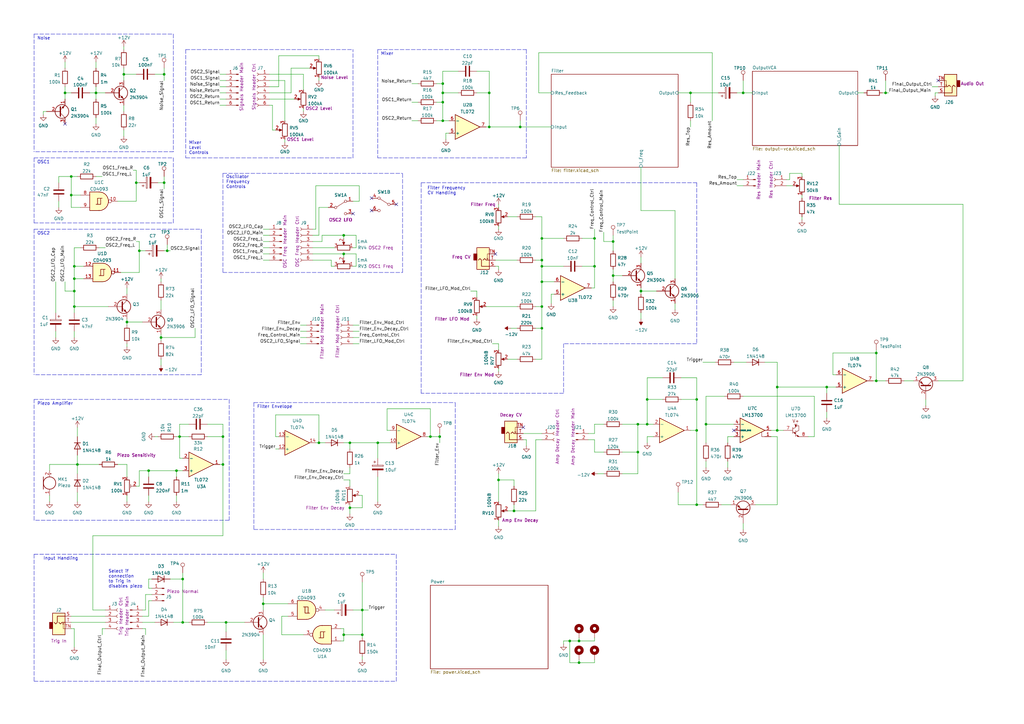
<source format=kicad_sch>
(kicad_sch (version 20211123) (generator eeschema)
  (paper "A3")
  (title_block (title "Magnum Percussion Instrument") (date "2022-09-29") (rev "r04") (comment 2 "creativecommons.org/licenses/by/4.0/") (comment 3 "License: CC BY 4.0") (comment 4 "Author: Guy John"))
  (junction (at 181.61 41.91))
  (junction (at 200.66 52.07))
  (junction (at 57.15 102.87))
  (junction (at 74.93 237.49))
  (junction (at 261.62 185.42))
  (junction (at 304.8 38.1))
  (junction (at 140.97 104.14))
  (junction (at 91.44 190.5))
  (junction (at 30.48 114.3))
  (junction (at 143.51 208.28))
  (junction (at 251.46 113.03))
  (junction (at 243.84 109.22))
  (junction (at 73.66 179.07))
  (junction (at 181.61 49.53))
  (junction (at 222.25 109.22))
  (junction (at 285.75 176.53))
  (junction (at 265.43 173.99))
  (junction (at 285.75 207.01))
  (junction (at 359.41 156.21))
  (junction (at 66.04 138.43))
  (junction (at 50.8 30.48))
  (junction (at 222.25 115.57))
  (junction (at 233.68 262.89))
  (junction (at 222.25 125.73))
  (junction (at 283.21 38.1))
  (junction (at 39.37 38.1))
  (junction (at 237.49 262.89))
  (junction (at 143.51 181.61))
  (junction (at 261.62 173.99))
  (junction (at 243.84 97.79))
  (junction (at 265.43 163.83))
  (junction (at 285.75 163.83))
  (junction (at 67.31 30.48))
  (junction (at 31.75 190.5))
  (junction (at 359.41 144.78))
  (junction (at 67.31 74.93))
  (junction (at 92.71 255.27))
  (junction (at 72.39 193.04))
  (junction (at 180.34 179.07))
  (junction (at 30.48 125.73))
  (junction (at 339.09 158.75))
  (junction (at 148.59 250.19))
  (junction (at 91.44 179.07))
  (junction (at 52.07 132.08))
  (junction (at 363.22 38.1))
  (junction (at 237.49 271.78))
  (junction (at 29.21 80.01))
  (junction (at 200.66 38.1))
  (junction (at 30.48 109.22))
  (junction (at 26.67 38.1))
  (junction (at 222.25 106.68))
  (junction (at 289.56 173.99))
  (junction (at 210.82 209.55))
  (junction (at 60.96 193.04))
  (junction (at 222.25 134.62))
  (junction (at 68.58 102.87))
  (junction (at 251.46 99.06))
  (junction (at 181.61 34.29))
  (junction (at 262.89 119.38))
  (junction (at 222.25 97.79))
  (junction (at 140.97 96.52))
  (junction (at 148.59 260.35))
  (junction (at 107.95 247.65))
  (junction (at 204.47 196.85))
  (junction (at 130.81 181.61))
  (junction (at 213.36 52.07))
  (junction (at 154.94 181.61))
  (junction (at 29.21 72.39))
  (junction (at 30.48 119.38))
  (junction (at 55.88 74.93))
  (junction (at 318.77 158.75))
  (junction (at 176.53 179.07))
  (junction (at 318.77 176.53))
  (junction (at 74.93 255.27))
  (junction (at 140.97 260.35))
  (junction (at 181.61 38.1))
  (no_connect (at 384.81 33.02))
  (no_connect (at 162.56 83.82))
  (no_connect (at 144.78 87.63))
  (no_connect (at 152.4 86.36))
  (no_connect (at 152.4 81.28))
  (no_connect (at 214.63 175.26))
  (no_connect (at 300.99 176.53))
  (no_connect (at 26.67 50.8))
  (no_connect (at 203.2 104.14))
  (wire (pts (xy 154.94 181.61) (xy 154.94 187.96)))
  (wire (pts (xy 50.8 53.34) (xy 50.8 55.88)))
  (polyline (pts (xy 13.97 91.44) (xy 71.12 91.44)))
  (wire (pts (xy 148.59 260.35) (xy 148.59 261.62)))
  (wire (pts (xy 60.96 203.2) (xy 60.96 205.74)))
  (wire (pts (xy 181.61 38.1) (xy 181.61 41.91)))
  (polyline (pts (xy 13.97 64.77) (xy 13.97 91.44)))
  (wire (pts (xy 184.15 54.61) (xy 182.88 54.61)))
  (wire (pts (xy 204.47 109.22) (xy 204.47 110.49)))
  (wire (pts (xy 30.48 101.6) (xy 33.02 101.6)))
  (wire (pts (xy 92.71 255.27) (xy 92.71 259.08)))
  (wire (pts (xy 144.78 250.19) (xy 148.59 250.19)))
  (wire (pts (xy 17.78 45.72) (xy 17.78 46.99)))
  (wire (pts (xy 318.77 158.75) (xy 339.09 158.75)))
  (wire (pts (xy 146.05 109.22) (xy 144.78 109.22)))
  (wire (pts (xy 278.13 38.1) (xy 283.21 38.1)))
  (wire (pts (xy 383.54 38.1) (xy 383.54 39.37)))
  (wire (pts (xy 304.8 33.02) (xy 304.8 38.1)))
  (wire (pts (xy 91.44 173.99) (xy 91.44 179.07)))
  (wire (pts (xy 222.25 106.68) (xy 222.25 109.22)))
  (wire (pts (xy 26.67 25.4) (xy 26.67 27.94)))
  (wire (pts (xy 57.15 102.87) (xy 57.15 111.76)))
  (wire (pts (xy 116.84 57.15) (xy 116.84 58.42)))
  (wire (pts (xy 316.23 176.53) (xy 318.77 176.53)))
  (wire (pts (xy 144.78 138.43) (xy 147.32 138.43)))
  (wire (pts (xy 176.53 179.07) (xy 176.53 167.64)))
  (wire (pts (xy 110.49 30.48) (xy 124.46 30.48)))
  (wire (pts (xy 339.09 158.75) (xy 342.9 158.75)))
  (wire (pts (xy 222.25 115.57) (xy 222.25 125.73)))
  (wire (pts (xy 30.48 128.27) (xy 30.48 125.73)))
  (wire (pts (xy 91.44 190.5) (xy 91.44 219.71)))
  (wire (pts (xy 344.17 59.69) (xy 344.17 83.82)))
  (wire (pts (xy 339.09 158.75) (xy 339.09 161.29)))
  (wire (pts (xy 358.14 156.21) (xy 359.41 156.21)))
  (wire (pts (xy 130.81 22.86) (xy 114.3 22.86)))
  (wire (pts (xy 140.97 196.85) (xy 143.51 196.85)))
  (wire (pts (xy 39.37 25.4) (xy 39.37 27.94)))
  (wire (pts (xy 351.79 38.1) (xy 354.33 38.1)))
  (polyline (pts (xy 91.44 111.76) (xy 165.1 111.76)))
  (wire (pts (xy 276.86 124.46) (xy 276.86 127)))
  (wire (pts (xy 40.64 101.6) (xy 43.18 101.6)))
  (wire (pts (xy 139.7 262.89) (xy 140.97 262.89)))
  (wire (pts (xy 143.51 181.61) (xy 143.51 184.15)))
  (wire (pts (xy 215.9 180.34) (xy 215.9 182.88)))
  (wire (pts (xy 67.31 72.39) (xy 67.31 74.93)))
  (wire (pts (xy 279.4 154.94) (xy 285.75 154.94)))
  (wire (pts (xy 143.51 208.28) (xy 143.51 210.82)))
  (wire (pts (xy 110.49 40.64) (xy 120.65 40.64)))
  (wire (pts (xy 168.91 41.91) (xy 171.45 41.91)))
  (wire (pts (xy 129.54 76.2) (xy 147.32 76.2)))
  (wire (pts (xy 222.25 97.79) (xy 222.25 106.68)))
  (wire (pts (xy 62.23 246.38) (xy 60.96 246.38)))
  (wire (pts (xy 69.85 237.49) (xy 74.93 237.49)))
  (wire (pts (xy 66.04 147.32) (xy 66.04 149.86)))
  (wire (pts (xy 143.51 208.28) (xy 148.59 208.28)))
  (wire (pts (xy 181.61 41.91) (xy 181.61 49.53)))
  (polyline (pts (xy 215.9 20.32) (xy 215.9 64.77)))
  (wire (pts (xy 20.32 190.5) (xy 31.75 190.5)))
  (wire (pts (xy 85.09 255.27) (xy 92.71 255.27)))
  (polyline (pts (xy 172.72 74.93) (xy 179.07 74.93)))
  (wire (pts (xy 29.21 255.27) (xy 43.18 255.27)))
  (wire (pts (xy 52.07 190.5) (xy 52.07 195.58)))
  (wire (pts (xy 107.95 101.6) (xy 110.49 101.6)))
  (wire (pts (xy 179.07 41.91) (xy 181.61 41.91)))
  (wire (pts (xy 57.15 99.06) (xy 57.15 102.87)))
  (wire (pts (xy 74.93 237.49) (xy 74.93 255.27)))
  (polyline (pts (xy 231.14 140.97) (xy 231.14 161.29)))
  (wire (pts (xy 328.93 88.9) (xy 328.93 90.17)))
  (wire (pts (xy 30.48 257.81) (xy 30.48 265.43)))
  (wire (pts (xy 283.21 49.53) (xy 283.21 52.07)))
  (wire (pts (xy 262.89 128.27) (xy 262.89 130.81)))
  (wire (pts (xy 114.3 35.56) (xy 114.3 22.86)))
  (wire (pts (xy 146.05 101.6) (xy 144.78 101.6)))
  (wire (pts (xy 72.39 193.04) (xy 72.39 195.58)))
  (wire (pts (xy 107.95 96.52) (xy 110.49 96.52)))
  (wire (pts (xy 140.97 194.31) (xy 143.51 194.31)))
  (wire (pts (xy 77.47 173.99) (xy 73.66 173.99)))
  (polyline (pts (xy 71.12 62.23) (xy 13.97 62.23)))
  (wire (pts (xy 288.29 207.01) (xy 285.75 207.01)))
  (wire (pts (xy 213.36 49.53) (xy 213.36 52.07)))
  (wire (pts (xy 90.17 40.64) (xy 92.71 40.64)))
  (wire (pts (xy 30.48 135.89) (xy 30.48 138.43)))
  (wire (pts (xy 59.69 243.84) (xy 62.23 243.84)))
  (wire (pts (xy 57.15 102.87) (xy 59.69 102.87)))
  (wire (pts (xy 20.32 203.2) (xy 20.32 205.74)))
  (wire (pts (xy 68.58 102.87) (xy 69.85 102.87)))
  (wire (pts (xy 204.47 151.13) (xy 204.47 152.4)))
  (wire (pts (xy 116.84 33.02) (xy 116.84 49.53)))
  (wire (pts (xy 57.15 199.39) (xy 57.15 193.04)))
  (wire (pts (xy 26.67 35.56) (xy 26.67 38.1)))
  (wire (pts (xy 66.04 114.3) (xy 66.04 115.57)))
  (wire (pts (xy 204.47 92.71) (xy 204.47 93.98)))
  (polyline (pts (xy 76.2 20.32) (xy 144.78 20.32)))
  (polyline (pts (xy 104.14 165.1) (xy 104.14 217.17)))
  (wire (pts (xy 181.61 34.29) (xy 181.61 38.1)))
  (wire (pts (xy 140.97 260.35) (xy 140.97 257.81)))
  (wire (pts (xy 222.25 134.62) (xy 222.25 147.32)))
  (wire (pts (xy 64.77 179.07) (xy 63.5 179.07)))
  (wire (pts (xy 39.37 48.26) (xy 39.37 50.8)))
  (wire (pts (xy 199.39 125.73) (xy 212.09 125.73)))
  (wire (pts (xy 107.95 247.65) (xy 107.95 250.19)))
  (wire (pts (xy 107.95 106.68) (xy 110.49 106.68)))
  (wire (pts (xy 58.42 255.27) (xy 63.5 255.27)))
  (wire (pts (xy 276.86 86.36) (xy 262.89 86.36)))
  (wire (pts (xy 22.86 115.57) (xy 22.86 128.27)))
  (wire (pts (xy 55.88 99.06) (xy 57.15 99.06)))
  (wire (pts (xy 251.46 110.49) (xy 251.46 113.03)))
  (wire (pts (xy 304.8 214.63) (xy 304.8 217.17)))
  (wire (pts (xy 24.13 72.39) (xy 24.13 74.93)))
  (wire (pts (xy 30.48 109.22) (xy 34.29 109.22)))
  (wire (pts (xy 251.46 113.03) (xy 255.27 113.03)))
  (wire (pts (xy 262.89 86.36) (xy 262.89 68.58)))
  (wire (pts (xy 222.25 109.22) (xy 222.25 115.57)))
  (wire (pts (xy 222.25 134.62) (xy 222.25 125.73)))
  (wire (pts (xy 26.67 119.38) (xy 30.48 119.38)))
  (wire (pts (xy 292.1 21.59) (xy 292.1 49.53)))
  (wire (pts (xy 26.67 115.57) (xy 26.67 119.38)))
  (wire (pts (xy 146.05 104.14) (xy 146.05 109.22)))
  (wire (pts (xy 58.42 250.19) (xy 59.69 250.19)))
  (wire (pts (xy 129.54 93.98) (xy 129.54 76.2)))
  (wire (pts (xy 379.73 163.83) (xy 379.73 166.37)))
  (wire (pts (xy 143.51 181.61) (xy 154.94 181.61)))
  (wire (pts (xy 394.97 83.82) (xy 394.97 156.21)))
  (wire (pts (xy 124.46 30.48) (xy 124.46 36.83)))
  (wire (pts (xy 226.06 120.65) (xy 226.06 124.46)))
  (wire (pts (xy 139.7 257.81) (xy 140.97 257.81)))
  (wire (pts (xy 30.48 109.22) (xy 30.48 101.6)))
  (wire (pts (xy 384.81 156.21) (xy 394.97 156.21)))
  (wire (pts (xy 29.21 72.39) (xy 31.75 72.39)))
  (wire (pts (xy 154.94 195.58) (xy 154.94 205.74)))
  (wire (pts (xy 107.95 247.65) (xy 118.11 247.65)))
  (wire (pts (xy 26.67 38.1) (xy 29.21 38.1)))
  (wire (pts (xy 243.84 271.78) (xy 243.84 270.51)))
  (wire (pts (xy 128.27 99.06) (xy 132.08 99.06)))
  (wire (pts (xy 123.19 133.35) (xy 125.73 133.35)))
  (wire (pts (xy 148.59 250.19) (xy 148.59 260.35)))
  (polyline (pts (xy 76.2 20.32) (xy 76.2 64.77)))
  (wire (pts (xy 231.14 262.89) (xy 231.14 264.16)))
  (wire (pts (xy 219.71 147.32) (xy 222.25 147.32)))
  (wire (pts (xy 113.03 184.15) (xy 114.3 184.15)))
  (wire (pts (xy 31.75 201.93) (xy 31.75 205.74)))
  (wire (pts (xy 147.32 76.2) (xy 147.32 82.55)))
  (polyline (pts (xy 104.14 217.17) (xy 186.69 217.17)))
  (wire (pts (xy 179.07 34.29) (xy 181.61 34.29)))
  (wire (pts (xy 154.94 181.61) (xy 160.02 181.61)))
  (wire (pts (xy 341.63 144.78) (xy 341.63 153.67)))
  (wire (pts (xy 195.58 129.54) (xy 195.58 130.81)))
  (wire (pts (xy 29.21 85.09) (xy 33.02 85.09)))
  (wire (pts (xy 39.37 35.56) (xy 39.37 38.1)))
  (wire (pts (xy 110.49 35.56) (xy 114.3 35.56)))
  (wire (pts (xy 200.66 38.1) (xy 195.58 38.1)))
  (wire (pts (xy 316.23 179.07) (xy 318.77 179.07)))
  (wire (pts (xy 132.08 99.06) (xy 132.08 96.52)))
  (wire (pts (xy 237.49 271.78) (xy 243.84 271.78)))
  (wire (pts (xy 107.95 104.14) (xy 110.49 104.14)))
  (wire (pts (xy 147.32 82.55) (xy 144.78 82.55)))
  (wire (pts (xy 129.54 181.61) (xy 130.81 181.61)))
  (wire (pts (xy 394.97 83.82) (xy 344.17 83.82)))
  (wire (pts (xy 91.44 190.5) (xy 90.17 190.5)))
  (wire (pts (xy 242.57 118.11) (xy 243.84 118.11)))
  (wire (pts (xy 288.29 148.59) (xy 293.37 148.59)))
  (wire (pts (xy 55.88 69.85) (xy 55.88 74.93)))
  (wire (pts (xy 243.84 177.8) (xy 243.84 173.99)))
  (wire (pts (xy 328.93 80.01) (xy 328.93 81.28)))
  (wire (pts (xy 20.32 190.5) (xy 20.32 193.04)))
  (wire (pts (xy 59.69 257.81) (xy 59.69 260.35)))
  (wire (pts (xy 238.76 97.79) (xy 243.84 97.79)))
  (wire (pts (xy 241.3 177.8) (xy 243.84 177.8)))
  (wire (pts (xy 318.77 158.75) (xy 318.77 148.59)))
  (wire (pts (xy 143.51 196.85) (xy 143.51 199.39)))
  (wire (pts (xy 30.48 114.3) (xy 34.29 114.3)))
  (wire (pts (xy 58.42 257.81) (xy 59.69 257.81)))
  (polyline (pts (xy 13.97 279.4) (xy 162.56 279.4)))
  (wire (pts (xy 66.04 138.43) (xy 80.01 138.43)))
  (wire (pts (xy 200.66 29.21) (xy 200.66 38.1)))
  (wire (pts (xy 237.49 261.62) (xy 237.49 262.89)))
  (wire (pts (xy 208.28 147.32) (xy 212.09 147.32)))
  (wire (pts (xy 382.27 35.56) (xy 384.81 35.56)))
  (wire (pts (xy 41.91 257.81) (xy 41.91 260.35)))
  (wire (pts (xy 262.89 105.41) (xy 262.89 107.95)))
  (wire (pts (xy 107.95 234.95) (xy 107.95 237.49)))
  (wire (pts (xy 262.89 118.11) (xy 262.89 119.38)))
  (wire (pts (xy 283.21 38.1) (xy 283.21 41.91)))
  (wire (pts (xy 24.13 82.55) (xy 24.13 85.09)))
  (polyline (pts (xy 82.55 153.67) (xy 13.97 153.67)))
  (wire (pts (xy 123.19 138.43) (xy 125.73 138.43)))
  (wire (pts (xy 195.58 119.38) (xy 195.58 121.92)))
  (polyline (pts (xy 13.97 163.83) (xy 93.98 163.83)))
  (wire (pts (xy 265.43 179.07) (xy 265.43 181.61)))
  (wire (pts (xy 123.19 135.89) (xy 125.73 135.89)))
  (wire (pts (xy 255.27 194.31) (xy 261.62 194.31)))
  (wire (pts (xy 204.47 140.97) (xy 204.47 143.51)))
  (polyline (pts (xy 285.75 74.93) (xy 285.75 140.97)))
  (wire (pts (xy 208.28 209.55) (xy 210.82 209.55)))
  (wire (pts (xy 55.88 199.39) (xy 57.15 199.39)))
  (wire (pts (xy 359.41 144.78) (xy 341.63 144.78)))
  (wire (pts (xy 334.01 162.56) (xy 304.8 162.56)))
  (wire (pts (xy 91.44 190.5) (xy 91.44 179.07)))
  (wire (pts (xy 243.84 180.34) (xy 243.84 185.42)))
  (polyline (pts (xy 104.14 165.1) (xy 186.69 165.1)))
  (wire (pts (xy 140.97 96.52) (xy 146.05 96.52)))
  (wire (pts (xy 318.77 176.53) (xy 321.31 176.53)))
  (polyline (pts (xy 154.94 20.32) (xy 154.94 64.77)))
  (wire (pts (xy 90.17 38.1) (xy 92.71 38.1)))
  (wire (pts (xy 219.71 134.62) (xy 222.25 134.62)))
  (polyline (pts (xy 91.44 71.12) (xy 165.1 71.12)))
  (wire (pts (xy 255.27 173.99) (xy 261.62 173.99)))
  (wire (pts (xy 341.63 153.67) (xy 342.9 153.67)))
  (wire (pts (xy 128.27 101.6) (xy 137.16 101.6)))
  (wire (pts (xy 209.55 134.62) (xy 212.09 134.62)))
  (wire (pts (xy 219.71 88.9) (xy 222.25 88.9)))
  (wire (pts (xy 48.26 190.5) (xy 52.07 190.5)))
  (wire (pts (xy 39.37 38.1) (xy 43.18 38.1)))
  (wire (pts (xy 251.46 123.19) (xy 251.46 125.73)))
  (wire (pts (xy 233.68 271.78) (xy 237.49 271.78)))
  (polyline (pts (xy 13.97 93.98) (xy 82.55 93.98)))
  (wire (pts (xy 123.19 140.97) (xy 125.73 140.97)))
  (wire (pts (xy 359.41 156.21) (xy 363.22 156.21)))
  (wire (pts (xy 36.83 38.1) (xy 39.37 38.1)))
  (wire (pts (xy 318.77 158.75) (xy 318.77 176.53)))
  (wire (pts (xy 38.1 219.71) (xy 38.1 250.19)))
  (wire (pts (xy 323.85 71.12) (xy 328.93 71.12)))
  (wire (pts (xy 128.27 106.68) (xy 135.89 106.68)))
  (wire (pts (xy 63.5 30.48) (xy 67.31 30.48)))
  (wire (pts (xy 111.76 53.34) (xy 113.03 53.34)))
  (wire (pts (xy 227.33 120.65) (xy 226.06 120.65)))
  (wire (pts (xy 313.69 148.59) (xy 318.77 148.59)))
  (wire (pts (xy 334.01 179.07) (xy 334.01 162.56)))
  (wire (pts (xy 175.26 179.07) (xy 176.53 179.07)))
  (wire (pts (xy 73.66 187.96) (xy 73.66 179.07)))
  (wire (pts (xy 180.34 179.07) (xy 180.34 181.61)))
  (wire (pts (xy 180.34 177.8) (xy 180.34 179.07)))
  (wire (pts (xy 251.46 113.03) (xy 251.46 115.57)))
  (wire (pts (xy 148.59 250.19) (xy 151.13 250.19)))
  (wire (pts (xy 74.93 255.27) (xy 77.47 255.27)))
  (wire (pts (xy 19.05 45.72) (xy 17.78 45.72)))
  (wire (pts (xy 49.53 111.76) (xy 57.15 111.76)))
  (wire (pts (xy 168.91 49.53) (xy 171.45 49.53)))
  (polyline (pts (xy 13.97 93.98) (xy 13.97 153.67)))
  (wire (pts (xy 133.35 250.19) (xy 137.16 250.19)))
  (wire (pts (xy 146.05 96.52) (xy 146.05 101.6)))
  (wire (pts (xy 144.78 140.97) (xy 147.32 140.97)))
  (wire (pts (xy 222.25 180.34) (xy 219.71 180.34)))
  (wire (pts (xy 245.11 194.31) (xy 247.65 194.31)))
  (wire (pts (xy 140.97 105.41) (xy 140.97 104.14)))
  (wire (pts (xy 278.13 207.01) (xy 285.75 207.01)))
  (wire (pts (xy 130.81 181.61) (xy 133.35 181.61)))
  (wire (pts (xy 238.76 109.22) (xy 243.84 109.22)))
  (wire (pts (xy 29.21 257.81) (xy 30.48 257.81)))
  (wire (pts (xy 115.57 252.73) (xy 115.57 260.35)))
  (wire (pts (xy 243.84 185.42) (xy 247.65 185.42)))
  (wire (pts (xy 251.46 99.06) (xy 251.46 102.87)))
  (wire (pts (xy 130.81 85.09) (xy 134.62 85.09)))
  (polyline (pts (xy 172.72 161.29) (xy 172.72 74.93)))
  (wire (pts (xy 66.04 138.43) (xy 66.04 139.7)))
  (polyline (pts (xy 179.07 74.93) (xy 285.75 74.93)))
  (wire (pts (xy 143.51 207.01) (xy 143.51 208.28)))
  (wire (pts (xy 130.81 31.75) (xy 130.81 33.02)))
  (wire (pts (xy 29.21 72.39) (xy 24.13 72.39)))
  (wire (pts (xy 271.78 154.94) (xy 265.43 154.94)))
  (wire (pts (xy 140.97 104.14) (xy 146.05 104.14)))
  (wire (pts (xy 148.59 208.28) (xy 148.59 203.2)))
  (wire (pts (xy 113.03 179.07) (xy 114.3 179.07)))
  (wire (pts (xy 363.22 33.02) (xy 363.22 38.1)))
  (wire (pts (xy 323.85 73.66) (xy 323.85 71.12)))
  (wire (pts (xy 233.68 262.89) (xy 231.14 262.89)))
  (wire (pts (xy 148.59 203.2) (xy 147.32 203.2)))
  (wire (pts (xy 220.98 38.1) (xy 226.06 38.1)))
  (wire (pts (xy 57.15 193.04) (xy 60.96 193.04)))
  (wire (pts (xy 130.81 96.52) (xy 130.81 85.09)))
  (wire (pts (xy 144.78 135.89) (xy 147.32 135.89)))
  (wire (pts (xy 203.2 109.22) (xy 204.47 109.22)))
  (polyline (pts (xy 215.9 64.77) (xy 154.94 64.77)))
  (wire (pts (xy 140.97 97.79) (xy 140.97 96.52)))
  (wire (pts (xy 29.21 72.39) (xy 29.21 80.01)))
  (wire (pts (xy 283.21 176.53) (xy 285.75 176.53)))
  (wire (pts (xy 289.56 189.23) (xy 289.56 191.77)))
  (wire (pts (xy 107.95 99.06) (xy 110.49 99.06)))
  (wire (pts (xy 128.27 104.14) (xy 140.97 104.14)))
  (wire (pts (xy 118.11 252.73) (xy 115.57 252.73)))
  (wire (pts (xy 243.84 109.22) (xy 243.84 118.11)))
  (wire (pts (xy 255.27 185.42) (xy 261.62 185.42)))
  (polyline (pts (xy 91.44 71.12) (xy 91.44 111.76)))
  (wire (pts (xy 292.1 21.59) (xy 220.98 21.59)))
  (wire (pts (xy 219.71 209.55) (xy 210.82 209.55)))
  (wire (pts (xy 130.81 24.13) (xy 130.81 22.86)))
  (wire (pts (xy 124.46 44.45) (xy 124.46 45.72)))
  (wire (pts (xy 50.8 27.94) (xy 50.8 30.48)))
  (wire (pts (xy 67.31 30.48) (xy 67.31 33.02)))
  (wire (pts (xy 60.96 193.04) (xy 60.96 195.58)))
  (wire (pts (xy 60.96 237.49) (xy 62.23 237.49)))
  (wire (pts (xy 135.89 109.22) (xy 137.16 109.22)))
  (wire (pts (xy 71.12 255.27) (xy 74.93 255.27)))
  (wire (pts (xy 91.44 219.71) (xy 38.1 219.71)))
  (wire (pts (xy 55.88 74.93) (xy 57.15 74.93)))
  (wire (pts (xy 30.48 125.73) (xy 44.45 125.73)))
  (wire (pts (xy 181.61 29.21) (xy 187.96 29.21)))
  (wire (pts (xy 261.62 194.31) (xy 261.62 185.42)))
  (wire (pts (xy 222.25 109.22) (xy 231.14 109.22)))
  (wire (pts (xy 181.61 49.53) (xy 184.15 49.53)))
  (wire (pts (xy 237.49 270.51) (xy 237.49 271.78)))
  (wire (pts (xy 132.08 96.52) (xy 140.97 96.52)))
  (wire (pts (xy 26.67 38.1) (xy 26.67 40.64)))
  (polyline (pts (xy 154.94 20.32) (xy 215.9 20.32)))
  (wire (pts (xy 309.88 207.01) (xy 318.77 207.01)))
  (wire (pts (xy 322.58 73.66) (xy 323.85 73.66)))
  (wire (pts (xy 67.31 27.94) (xy 67.31 30.48)))
  (polyline (pts (xy 93.98 163.83) (xy 93.98 213.36)))
  (wire (pts (xy 363.22 38.1) (xy 364.49 38.1)))
  (wire (pts (xy 204.47 85.09) (xy 204.47 83.82)))
  (wire (pts (xy 52.07 130.81) (xy 52.07 132.08)))
  (wire (pts (xy 203.2 106.68) (xy 212.09 106.68)))
  (wire (pts (xy 135.89 106.68) (xy 135.89 109.22)))
  (wire (pts (xy 222.25 97.79) (xy 231.14 97.79)))
  (wire (pts (xy 158.75 176.53) (xy 160.02 176.53)))
  (wire (pts (xy 193.04 119.38) (xy 195.58 119.38)))
  (wire (pts (xy 370.84 156.21) (xy 374.65 156.21)))
  (wire (pts (xy 237.49 262.89) (xy 233.68 262.89)))
  (wire (pts (xy 204.47 196.85) (xy 204.47 205.74)))
  (wire (pts (xy 62.23 241.3) (xy 60.96 241.3)))
  (wire (pts (xy 73.66 179.07) (xy 77.47 179.07)))
  (wire (pts (xy 222.25 88.9) (xy 222.25 97.79)))
  (wire (pts (xy 214.63 180.34) (xy 215.9 180.34)))
  (polyline (pts (xy 71.12 91.44) (xy 71.12 64.77)))
  (wire (pts (xy 67.31 74.93) (xy 67.31 77.47)))
  (polyline (pts (xy 165.1 111.76) (xy 165.1 71.12)))
  (wire (pts (xy 119.38 38.1) (xy 119.38 27.94)))
  (wire (pts (xy 80.01 134.62) (xy 80.01 138.43)))
  (wire (pts (xy 201.93 140.97) (xy 204.47 140.97)))
  (wire (pts (xy 148.59 238.76) (xy 148.59 250.19)))
  (wire (pts (xy 204.47 194.31) (xy 204.47 196.85)))
  (wire (pts (xy 140.97 260.35) (xy 148.59 260.35)))
  (wire (pts (xy 251.46 96.52) (xy 251.46 99.06)))
  (polyline (pts (xy 144.78 64.77) (xy 144.78 20.32)))
  (wire (pts (xy 267.97 179.07) (xy 265.43 179.07)))
  (wire (pts (xy 128.27 93.98) (xy 129.54 93.98)))
  (wire (pts (xy 243.84 97.79) (xy 243.84 109.22)))
  (wire (pts (xy 113.03 170.18) (xy 113.03 179.07)))
  (wire (pts (xy 278.13 201.93) (xy 278.13 207.01)))
  (wire (pts (xy 267.97 173.99) (xy 265.43 173.99)))
  (wire (pts (xy 359.41 143.51) (xy 359.41 144.78)))
  (wire (pts (xy 219.71 106.68) (xy 222.25 106.68)))
  (wire (pts (xy 31.75 186.69) (xy 31.75 190.5)))
  (wire (pts (xy 66.04 137.16) (xy 66.04 138.43)))
  (wire (pts (xy 58.42 252.73) (xy 60.96 252.73)))
  (wire (pts (xy 60.96 241.3) (xy 60.96 237.49)))
  (polyline (pts (xy 162.56 279.4) (xy 162.56 227.33)))
  (wire (pts (xy 283.21 38.1) (xy 294.64 38.1)))
  (wire (pts (xy 72.39 193.04) (xy 74.93 193.04)))
  (wire (pts (xy 384.81 38.1) (xy 383.54 38.1)))
  (wire (pts (xy 300.99 148.59) (xy 306.07 148.59)))
  (wire (pts (xy 182.88 54.61) (xy 182.88 57.15)))
  (polyline (pts (xy 285.75 140.97) (xy 231.14 140.97)))
  (wire (pts (xy 276.86 86.36) (xy 276.86 114.3)))
  (wire (pts (xy 265.43 154.94) (xy 265.43 163.83)))
  (wire (pts (xy 181.61 34.29) (xy 181.61 29.21)))
  (wire (pts (xy 144.78 133.35) (xy 147.32 133.35)))
  (wire (pts (xy 241.3 180.34) (xy 243.84 180.34)))
  (wire (pts (xy 30.48 114.3) (xy 30.48 119.38)))
  (wire (pts (xy 289.56 173.99) (xy 300.99 173.99)))
  (wire (pts (xy 90.17 30.48) (xy 92.71 30.48)))
  (wire (pts (xy 219.71 125.73) (xy 222.25 125.73)))
  (wire (pts (xy 72.39 179.07) (xy 73.66 179.07)))
  (wire (pts (xy 52.07 132.08) (xy 52.07 133.35)))
  (wire (pts (xy 73.66 173.99) (xy 73.66 179.07)))
  (wire (pts (xy 74.93 187.96) (xy 73.66 187.96)))
  (wire (pts (xy 50.8 30.48) (xy 55.88 30.48)))
  (wire (pts (xy 168.91 34.29) (xy 171.45 34.29)))
  (polyline (pts (xy 13.97 13.97) (xy 71.12 13.97)))
  (polyline (pts (xy 13.97 227.33) (xy 13.97 279.4)))
  (wire (pts (xy 39.37 38.1) (xy 39.37 40.64)))
  (wire (pts (xy 30.48 119.38) (xy 30.48 125.73)))
  (wire (pts (xy 50.8 19.05) (xy 50.8 20.32)))
  (wire (pts (xy 43.18 257.81) (xy 41.91 257.81)))
  (wire (pts (xy 222.25 115.57) (xy 227.33 115.57)))
  (wire (pts (xy 262.89 119.38) (xy 269.24 119.38)))
  (wire (pts (xy 92.71 255.27) (xy 100.33 255.27)))
  (wire (pts (xy 92.71 266.7) (xy 92.71 270.51)))
  (wire (pts (xy 64.77 74.93) (xy 67.31 74.93)))
  (wire (pts (xy 119.38 27.94) (xy 127 27.94)))
  (wire (pts (xy 30.48 114.3) (xy 30.48 109.22)))
  (wire (pts (xy 243.84 93.98) (xy 243.84 97.79)))
  (wire (pts (xy 199.39 52.07) (xy 200.66 52.07)))
  (wire (pts (xy 295.91 207.01) (xy 299.72 207.01)))
  (wire (pts (xy 59.69 250.19) (xy 59.69 243.84)))
  (wire (pts (xy 262.89 119.38) (xy 262.89 120.65)))
  (polyline (pts (xy 231.14 161.29) (xy 172.72 161.29)))
  (wire (pts (xy 29.21 80.01) (xy 29.21 85.09)))
  (wire (pts (xy 55.88 74.93) (xy 55.88 82.55)))
  (wire (pts (xy 107.95 260.35) (xy 107.95 270.51)))
  (wire (pts (xy 38.1 250.19) (xy 43.18 250.19)))
  (wire (pts (xy 334.01 179.07) (xy 331.47 179.07)))
  (wire (pts (xy 140.97 262.89) (xy 140.97 260.35)))
  (wire (pts (xy 233.68 262.89) (xy 233.68 271.78)))
  (wire (pts (xy 110.49 33.02) (xy 116.84 33.02)))
  (polyline (pts (xy 186.69 217.17) (xy 186.69 165.1)))
  (wire (pts (xy 50.8 43.18) (xy 50.8 45.72)))
  (wire (pts (xy 31.75 190.5) (xy 40.64 190.5)))
  (wire (pts (xy 243.84 262.89) (xy 237.49 262.89)))
  (wire (pts (xy 210.82 207.01) (xy 210.82 209.55)))
  (wire (pts (xy 318.77 207.01) (xy 318.77 179.07)))
  (wire (pts (xy 158.75 167.64) (xy 158.75 176.53)))
  (wire (pts (xy 110.49 43.18) (xy 111.76 43.18)))
  (wire (pts (xy 140.97 181.61) (xy 143.51 181.61)))
  (wire (pts (xy 179.07 49.53) (xy 181.61 49.53)))
  (wire (pts (xy 322.58 76.2) (xy 325.12 76.2)))
  (wire (pts (xy 285.75 163.83) (xy 279.4 163.83)))
  (wire (pts (xy 300.99 179.07) (xy 298.45 179.07)))
  (wire (pts (xy 181.61 38.1) (xy 187.96 38.1)))
  (wire (pts (xy 130.81 181.61) (xy 130.81 170.18)))
  (wire (pts (xy 52.07 132.08) (xy 58.42 132.08)))
  (wire (pts (xy 361.95 38.1) (xy 363.22 38.1)))
  (wire (pts (xy 208.28 88.9) (xy 212.09 88.9)))
  (wire (pts (xy 195.58 29.21) (xy 200.66 29.21)))
  (wire (pts (xy 210.82 196.85) (xy 204.47 196.85)))
  (wire (pts (xy 60.96 246.38) (xy 60.96 252.73)))
  (wire (pts (xy 289.56 162.56) (xy 289.56 173.99)))
  (wire (pts (xy 289.56 173.99) (xy 289.56 181.61)))
  (wire (pts (xy 54.61 69.85) (xy 55.88 69.85)))
  (wire (pts (xy 200.66 52.07) (xy 213.36 52.07)))
  (wire (pts (xy 302.26 76.2) (xy 304.8 76.2)))
  (wire (pts (xy 31.75 175.26) (xy 31.75 179.07)))
  (wire (pts (xy 261.62 173.99) (xy 265.43 173.99)))
  (wire (pts (xy 143.51 194.31) (xy 143.51 191.77)))
  (wire (pts (xy 66.04 123.19) (xy 66.04 127)))
  (polyline (pts (xy 82.55 93.98) (xy 82.55 153.67)))
  (wire (pts (xy 265.43 173.99) (xy 265.43 163.83)))
  (wire (pts (xy 110.49 38.1) (xy 119.38 38.1)))
  (wire (pts (xy 219.71 180.34) (xy 219.71 209.55)))
  (wire (pts (xy 68.58 100.33) (xy 68.58 102.87)))
  (wire (pts (xy 243.84 261.62) (xy 243.84 262.89)))
  (wire (pts (xy 85.09 173.99) (xy 91.44 173.99)))
  (wire (pts (xy 67.31 102.87) (xy 68.58 102.87)))
  (wire (pts (xy 298.45 179.07) (xy 298.45 181.61)))
  (wire (pts (xy 29.21 80.01) (xy 33.02 80.01)))
  (wire (pts (xy 339.09 168.91) (xy 339.09 171.45)))
  (wire (pts (xy 285.75 207.01) (xy 285.75 176.53)))
  (polyline (pts (xy 13.97 227.33) (xy 162.56 227.33)))
  (wire (pts (xy 247.65 99.06) (xy 251.46 99.06)))
  (wire (pts (xy 213.36 52.07) (xy 226.06 52.07)))
  (wire (pts (xy 210.82 196.85) (xy 210.82 199.39)))
  (wire (pts (xy 359.41 156.21) (xy 359.41 144.78)))
  (wire (pts (xy 285.75 176.53) (xy 285.75 163.83)))
  (polyline (pts (xy 71.12 13.97) (xy 71.12 62.23)))
  (wire (pts (xy 90.17 35.56) (xy 92.71 35.56)))
  (wire (pts (xy 90.17 33.02) (xy 92.71 33.02)))
  (wire (pts (xy 298.45 189.23) (xy 298.45 191.77)))
  (wire (pts (xy 265.43 163.83) (xy 271.78 163.83)))
  (wire (pts (xy 72.39 203.2) (xy 72.39 205.74)))
  (wire (pts (xy 60.96 193.04) (xy 72.39 193.04)))
  (wire (pts (xy 48.26 82.55) (xy 55.88 82.55)))
  (polyline (pts (xy 13.97 213.36) (xy 13.97 163.83)))
  (wire (pts (xy 74.93 234.95) (xy 74.93 237.49)))
  (wire (pts (xy 200.66 52.07) (xy 200.66 38.1)))
  (wire (pts (xy 39.37 72.39) (xy 41.91 72.39)))
  (wire (pts (xy 302.26 73.66) (xy 304.8 73.66)))
  (wire (pts (xy 52.07 203.2) (xy 52.07 205.74)))
  (wire (pts (xy 22.86 135.89) (xy 22.86 138.43)))
  (wire (pts (xy 220.98 21.59) (xy 220.98 38.1)))
  (wire (pts (xy 302.26 38.1) (xy 304.8 38.1)))
  (wire (pts (xy 111.76 43.18) (xy 111.76 53.34)))
  (wire (pts (xy 148.59 269.24) (xy 148.59 270.51)))
  (wire (pts (xy 29.21 252.73) (xy 43.18 252.73)))
  (wire (pts (xy 261.62 173.99) (xy 261.62 185.42)))
  (wire (pts (xy 107.95 93.98) (xy 110.49 93.98)))
  (wire (pts (xy 128.27 96.52) (xy 130.81 96.52)))
  (wire (pts (xy 50.8 30.48) (xy 50.8 33.02)))
  (wire (pts (xy 176.53 179.07) (xy 180.34 179.07)))
  (wire (pts (xy 31.75 190.5) (xy 31.75 194.31)))
  (wire (pts (xy 90.17 43.18) (xy 92.71 43.18)))
  (polyline (pts (xy 93.98 213.36) (xy 13.97 213.36)))
  (wire (pts (xy 52.07 140.97) (xy 52.07 142.24)))
  (polyline (pts (xy 13.97 64.77) (xy 71.12 64.77)))
  (wire (pts (xy 115.57 260.35) (xy 124.46 260.35)))
  (wire (pts (xy 52.07 118.11) (xy 52.07 120.65)))
  (wire (pts (xy 297.18 162.56) (xy 289.56 162.56)))
  (polyline (pts (xy 76.2 64.77) (xy 144.78 64.77)))
  (wire (pts (xy 243.84 173.99) (xy 247.65 173.99)))
  (wire (pts (xy 85.09 179.07) (xy 91.44 179.07)))
  (polyline (pts (xy 13.97 13.97) (xy 13.97 62.23)))
  (wire (pts (xy 130.81 170.18) (xy 113.03 170.18)))
  (wire (pts (xy 214.63 177.8) (xy 222.25 177.8)))
  (wire (pts (xy 247.65 95.25) (xy 247.65 99.06)))
  (wire (pts (xy 176.53 167.64) (xy 158.75 167.64)))
  (wire (pts (xy 328.93 71.12) (xy 328.93 72.39)))
  (wire (pts (xy 107.95 247.65) (xy 107.95 245.11)))
  (wire (pts (xy 304.8 38.1) (xy 308.61 38.1)))
  (wire (pts (xy 204.47 213.36) (xy 204.47 215.9)))
  (wire (pts (xy 285.75 154.94) (xy 285.75 163.83)))
  (text "Input Handling" (at 17.78 229.87 0) (effects (font (size 1.27 1.27)) (justify left bottom)))
  (text "Piezo Amplifier" (at 15.24 166.37 0) (effects (font (size 1.27 1.27)) (justify left bottom)))
  (text "Noise" (at 15.24 16.51 0) (effects (font (size 1.27 1.27)) (justify left bottom)))
  (text "Filter Envelope" (at 105.41 167.64 0) (effects (font (size 1.27 1.27)) (justify left bottom)))
  (text "Mixer" (at 156.21 22.86 0) (effects (font (size 1.27 1.27)) (justify left bottom)))
  (text "Filter Frequency\nCV Handling" (at 175.26 80.01 0) (effects (font (size 1.27 1.27)) (justify left bottom)))
  (text "OSC1" (at 15.24 67.31 0) (effects (font (size 1.27 1.27)) (justify left bottom)))
  (text "Select if\nconnection\nto Trig in\ndisables piezo" (at 44.45 241.3 0) (effects (font (size 1.27 1.27)) (justify left bottom)))
  (text "Oscillator\nFrequency\nControls" (at 92.71 77.47 0) (effects (font (size 1.27 1.27)) (justify left bottom)))
  (text "Mixer\nLevel\nControls" (at 77.47 63.5 0) (effects (font (size 1.27 1.27)) (justify left bottom)))
  (text "OSC2" (at 15.24 96.52 0) (effects (font (size 1.27 1.27)) (justify left bottom)))
  (label "Trigger" (at 288.29 148.59 180))
  (label "Filter_Env_Mod_Ctrl" (at 201.93 140.97 180))
  (label "OSC2_LFO_Signal" (at 123.19 140.97 180))
  (label "OSC2_LFO_Cap" (at 107.95 93.98 180))
  (label "Res_Top" (at 283.21 52.07 270))
  (label "Final_Output_Ctrl" (at 382.27 35.56 180))
  (label "Filter_Env_Decay_Ctrl" (at 140.97 196.85 180))
  (label "Freq_Control_Ctrl" (at 243.84 93.98 90))
  (label "Filter_Env_Decay_Ctrl" (at 147.32 135.89 0))
  (label "OSC1_Freq_L" (at 41.91 72.39 0))
  (label "Freq_Control_Main" (at 247.65 95.25 90))
  (label "OSC1_Freq_L" (at 107.95 106.68 180))
  (label "Noise_Return" (at 90.17 38.1 180))
  (label "Freq_Control_Main" (at 123.19 138.43 180))
  (label "Noise_Return" (at 168.91 34.29 180))
  (label "Filter_Env" (at 180.34 181.61 270))
  (label "OSC2_Freq_R" (at 55.88 99.06 180))
  (label "OSC1_Return" (at 168.91 41.91 180))
  (label "Freq_Control_Ctrl" (at 147.32 138.43 0))
  (label "OSC2_LFO_Signal" (at 80.01 134.62 90))
  (label "OSC2_LFO_Cap" (at 22.86 115.57 90))
  (label "OSC1_Freq_R" (at 54.61 69.85 180))
  (label "OSC2_LFO_Main" (at 26.67 115.57 90))
  (label "OSC2_Return" (at 90.17 40.64 180))
  (label "Filter_LFO_Mod_Ctrl" (at 193.04 119.38 180))
  (label "Trigger" (at 113.03 184.15 180))
  (label "OSC2_Return" (at 168.91 49.53 180))
  (label "Final_Output_Ctrl" (at 41.91 260.35 270))
  (label "OSC1_Freq_R" (at 107.95 104.14 180))
  (label "OSC1_Signal" (at 90.17 33.02 180))
  (label "Res_Amount" (at 302.26 76.2 180))
  (label "OSC1_Return" (at 90.17 43.18 180))
  (label "OSC2_Freq_R" (at 107.95 101.6 180))
  (label "OSC1_Signal" (at 67.31 77.47 270))
  (label "Filter_Env_Decay" (at 123.19 135.89 180))
  (label "OSC2_LFO_Main" (at 107.95 96.52 180))
  (label "Noise_Signal" (at 67.31 33.02 270))
  (label "Filter_Env_Mod_Ctrl" (at 147.32 133.35 0))
  (label "Final_Output_Main" (at 364.49 38.1 0))
  (label "OSC2_Freq_L" (at 107.95 99.06 180))
  (label "OSC2_Signal" (at 90.17 30.48 180))
  (label "Filter_Env" (at 123.19 133.35 180))
  (label "Filter_Env_Decay" (at 140.97 194.31 180))
  (label "Noise_Signal" (at 90.17 35.56 180))
  (label "Res_Top" (at 302.26 73.66 180))
  (label "Filter_LFO_Mod_Ctrl" (at 147.32 140.97 0))
  (label "Trigger" (at 151.13 250.19 0))
  (label "OSC2_Signal" (at 69.85 102.87 0))
  (label "OSC2_Freq_L" (at 43.18 101.6 0))
  (label "Final_Output_Main" (at 59.69 260.35 270))
  (label "Res_Amount" (at 292.1 49.53 270))
  (symbol (lib_id "Device:C_Polarized") (at 60.96 74.93 90) (unit 1)
    (property "Reference" "C6" (at 60.071 68.8045 90))
    (property "Value" "1uF" (at 60.071 71.5796 90))
    (property "Footprint" "rumblesan-standard-parts:CP_Radial_D5.0mm_P2.00mm" (effects hide))
    (property "Spec" "electrolytic" (effects hide))
    (property "Tolerance" "20%" (effects hide))
    (property "Voltage" "50v" (effects hide))
  )
  (symbol (lib_id "Device:R") (at 26.67 31.75 0) (mirror y) (unit 1)
    (property "Reference" "R1" (at 24.892 30.8415 0) (effects (justify left)))
    (property "Value" "100k" (at 24.892 33.6166 0) (effects (justify left)))
    (property "Footprint" "rumblesan-standard-parts:R_Axial_DIN0207_L6.3mm_D2.5mm_P10.16mm_Horizontal" (effects hide))
    (property "Tolerance" "1%" (effects hide))
  )
  (symbol (lib_id "power:GND") (at 17.78 46.99 0) (unit 1)
    (property "Reference" "#PWR01" (effects hide))
    (property "Value" "GND" (at 17.78 51.5525 0))
  )
  (symbol (lib_id "Device:R") (at 275.59 163.83 90) (unit 1)
    (property "Reference" "R33" (at 275.59 158.8475 90))
    (property "Value" "27k" (at 275.59 161.6226 90))
    (property "Footprint" "rumblesan-standard-parts:R_Axial_DIN0207_L6.3mm_D2.5mm_P10.16mm_Horizontal" (effects hide))
    (property "Tolerance" "1%" (effects hide))
  )
  (symbol (lib_id "power:-12V") (at 262.89 130.81 180) (unit 1)
    (property "Reference" "#PWR055" (effects hide))
    (property "Value" "-12V" (at 262.89 135.3725 0))
  )
  (symbol (lib_id "Connector:Conn_01x06_Female") (at 123.19 99.06 0) (mirror y) (unit 1)
    (property "Reference" "J9" (at 125.73 91.44 0) (effects (justify left)))
    (property "Value" "Conn_01x06_Socket" (effects hide))
    (property "Footprint" "Connector_PinSocket_2.54mm:PinSocket_1x06_P2.54mm_Vertical" (effects hide))
    (property "Name" "OSC Freq Header Ctrl" (at 121.92 99.06 90))
  )
  (symbol (lib_id "power:GND") (at 148.59 270.51 0) (unit 1)
    (property "Reference" "#PWR031" (effects hide))
    (property "Value" "GND" (at 148.59 275.0725 0))
  )
  (symbol (lib_id "power:GND") (at 276.86 127 0) (unit 1)
    (property "Reference" "#PWR057" (effects hide))
    (property "Value" "GND" (at 276.86 131.5625 0))
  )
  (symbol (lib_id "Device:C") (at 59.69 30.48 90) (unit 1)
    (property "Reference" "C5" (at 59.69 24.3545 90))
    (property "Value" "100nF" (at 59.69 26.67 90))
    (property "Footprint" "rumblesan-standard-parts:C_Rect_L7.0mm_W3.5mm_P5.00mm" (effects hide))
    (property "Spec" "ceramic X7R" (effects hide))
    (property "Tolerance" "5%" (effects hide))
  )
  (symbol (lib_id "Device:C") (at 339.09 165.1 0) (unit 1)
    (property "Reference" "C16" (at 342.011 164.1915 0) (effects (justify left)))
    (property "Value" "1uF" (at 342.011 166.9666 0) (effects (justify left)))
    (property "Footprint" "rumblesan-standard-parts:C_Radial_D5.0mm_H5.0mm_P2.00mm" (effects hide))
    (property "Spec" "electrolytic non polarised" (effects hide))
    (property "Tolerance" "20%" (effects hide))
    (property "Voltage" "50v" (effects hide))
  )
  (symbol (lib_id "power:GND") (at 298.45 191.77 0) (unit 1)
    (property "Reference" "#PWR060" (effects hide))
    (property "Value" "GND" (at 298.45 196.3325 0))
  )
  (symbol (lib_id "power:GND") (at 379.73 166.37 0) (unit 1)
    (property "Reference" "#PWR066" (effects hide))
    (property "Value" "GND" (at 379.73 170.9325 0))
  )
  (symbol (lib_id "Device:D") (at 66.04 237.49 180) (unit 1)
    (property "Reference" "D3" (at 66.04 232.2535 0))
    (property "Value" "1N4148" (at 66.04 235.0286 0))
    (property "Footprint" "rumblesan-standard-parts:D_DO-35_SOD27_P7.62mm_Horizontal" (effects hide))
  )
  (symbol (lib_id "Connector:TestPoint") (at 74.93 234.95 0) (mirror y) (unit 1) (in_bom no)
    (property "Reference" "TP4" (at 69.85 231.14 0) (effects (justify right)))
    (property "Value" "Trigger TestPoint" (effects hide))
    (property "Footprint" "rumblesan-standard-parts:TestPoint_Loop_D2.50mm_Drill1.0mm_LowProfile" (effects hide))
  )
  (symbol (lib_id "Mechanical:MountingHole_Pad") (at 243.84 259.08 0) (unit 1) (in_bom no)
    (property "Reference" "H9" (effects hide))
    (property "Value" "MountingHole_Pad" (effects hide))
    (property "Footprint" "rumblesan-standard-parts:MountingHole_3.2mm_M3_DIN965_Pad" (effects hide))
  )
  (symbol (lib_id "Device:C_Polarized") (at 22.86 132.08 0) (mirror y) (unit 1)
    (property "Reference" "C1" (at 19.939 130.2825 0) (effects (justify left)))
    (property "Value" "1uF" (at 19.939 133.0576 0) (effects (justify left)))
    (property "Footprint" "rumblesan-standard-parts:CP_Radial_D5.0mm_P2.00mm" (effects hide))
    (property "Spec" "electrolytic" (effects hide))
    (property "Tolerance" "20%" (effects hide))
    (property "Voltage" "50v" (effects hide))
  )
  (symbol (lib_id "power:+12V") (at 26.67 25.4 0) (unit 1)
    (property "Reference" "#PWR04" (effects hide))
    (property "Value" "+12V" (at 26.67 21.7955 0))
  )
  (symbol (lib_id "Transistor_BJT:2N3904") (at 48.26 38.1 0) (unit 1)
    (property "Reference" "Q2" (at 53.1114 37.1915 0) (effects (justify left)))
    (property "Value" "2N3904" (at 53.1114 39.9666 0) (effects (justify left)))
    (property "Footprint" "rumblesan-standard-parts:TO-92_Inline_Wide" (effects hide))
    (property "Datasheet" "https://www.onsemi.com/pub/Collateral/2N3903-D.PDF" (effects hide))
  )
  (symbol (lib_id "Device:R") (at 39.37 31.75 0) (unit 1)
    (property "Reference" "R4" (at 41.148 30.8415 0) (effects (justify left)))
    (property "Value" "1m" (at 41.148 33.6166 0) (effects (justify left)))
    (property "Footprint" "rumblesan-standard-parts:R_Axial_DIN0207_L6.3mm_D2.5mm_P10.16mm_Horizontal" (effects hide))
    (property "Tolerance" "1%" (effects hide))
  )
  (symbol (lib_id "Device:R") (at 358.14 38.1 90) (unit 1)
    (property "Reference" "R41" (at 358.14 33.1175 90))
    (property "Value" "1k" (at 358.14 35.8926 90))
    (property "Footprint" "rumblesan-standard-parts:R_Axial_DIN0207_L6.3mm_D2.5mm_P10.16mm_Horizontal" (effects hide))
    (property "Tolerance" "1%" (effects hide))
  )
  (symbol (lib_id "Connector:TestPoint") (at 213.36 49.53 0) (unit 1) (in_bom no)
    (property "Reference" "TP6" (at 209.55 44.45 0) (effects (justify left)))
    (property "Value" "Mixer TestPoint" (effects hide))
    (property "Footprint" "rumblesan-standard-parts:TestPoint_Loop_D2.50mm_Drill1.0mm_LowProfile" (effects hide))
  )
  (symbol (lib_id "Amplifier_Operational:TL072") (at 234.95 118.11 0) (mirror x) (unit 2)
    (property "Reference" "U3" (at 234.95 123.19 0))
    (property "Value" "TL072" (at 240.03 121.92 0))
    (property "Footprint" "rumblesan-standard-parts:DIP-8_W7.62mm_Socket" (effects hide))
    (property "Datasheet" "http://www.ti.com/lit/ds/symlink/tl071.pdf" (effects hide))
  )
  (symbol (lib_id "power:GND") (at 204.47 152.4 0) (unit 1)
    (property "Reference" "#PWR033" (effects hide))
    (property "Value" "GND" (at 204.47 156.9625 0))
  )
  (symbol (lib_id "power:GND") (at 143.51 210.82 0) (unit 1)
    (property "Reference" "#PWR049" (effects hide))
    (property "Value" "GND" (at 143.51 215.3825 0))
  )
  (symbol (lib_id "Device:C") (at 92.71 262.89 180) (unit 1)
    (property "Reference" "C11" (at 86.36 262.89 0) (effects (justify right)))
    (property "Value" "10nF" (at 83.82 265.43 0) (effects (justify right)))
    (property "Footprint" "rumblesan-standard-parts:C_Rect_L7.0mm_W3.5mm_P5.00mm" (effects hide))
    (property "Spec" "ceramic X7R" (effects hide))
    (property "Tolerance" "5%" (effects hide))
  )
  (symbol (lib_id "Device:R_Potentiometer") (at 204.47 88.9 0) (mirror x) (unit 1)
    (property "Reference" "RV8" (at 202.6921 87.9915 0) (effects (justify right)))
    (property "Value" "100kB" (at 202.6921 90.7666 0) (effects (justify right)))
    (property "Footprint" "rumblesan-standard-parts:Potentiometer_Alpha_RD901F-40-00D_Single_Vertical_CircularHoles" (effects hide))
    (property "Name" "Filter Freq" (at 198.12 83.82 0))
  )
  (symbol (lib_id "Device:R_Potentiometer") (at 328.93 76.2 180) (unit 1)
    (property "Reference" "RV12" (at 330.708 75.2915 0) (effects (justify right)))
    (property "Value" "50kB" (at 330.708 78.0666 0) (effects (justify right)))
    (property "Footprint" "rumblesan-standard-parts:Potentiometer_Alpha_RD901F-40-00D_Single_Vertical_CircularHoles" (effects hide))
    (property "Name" "Filter Res" (at 336.55 81.28 0))
  )
  (symbol (lib_id "Connector:Conn_01x06_Male") (at 97.79 35.56 0) (mirror y) (unit 1)
    (property "Reference" "J6" (at 96.52 27.94 0))
    (property "Value" "Conn_01x06_Header" (effects hide))
    (property "Footprint" "Connector_PinHeader_2.54mm:PinHeader_1x06_P2.54mm_Vertical" (effects hide))
    (property "Name" "Signals Header Main" (at 99.06 35.56 90))
  )
  (symbol (lib_id "Connector:Conn_01x04_Male") (at 130.81 135.89 0) (mirror y) (unit 1)
    (property "Reference" "J10" (at 129.54 130.81 0))
    (property "Value" "Conn_01x04_Header" (effects hide))
    (property "Footprint" "Connector_PinHeader_2.54mm:PinHeader_1x04_P2.54mm_Vertical" (effects hide))
    (property "Name" "Filter Mod Header Main" (at 132.08 135.89 90))
  )
  (symbol (lib_id "Device:R_Potentiometer") (at 143.51 203.2 0) (unit 1)
    (property "Reference" "RV11" (at 140.97 200.66 90) (effects (justify right)))
    (property "Value" "100kB" (at 138.43 200.66 90) (effects (justify right)))
    (property "Footprint" "rumblesan-standard-parts:Potentiometer_Alpha_RD901F-40-00D_Single_Vertical_CircularHoles" (effects hide))
    (property "Name" "Filter Env Decay" (at 133.35 208.28 0))
  )
  (symbol (lib_id "Device:R") (at 215.9 125.73 90) (unit 1)
    (property "Reference" "R22" (at 215.9 120.7475 90))
    (property "Value" "100k" (at 215.9 123.5226 90))
    (property "Footprint" "rumblesan-standard-parts:R_Axial_DIN0207_L6.3mm_D2.5mm_P10.16mm_Horizontal" (effects hide))
    (property "Tolerance" "1%" (effects hide))
  )
  (symbol (lib_id "Device:R") (at 175.26 41.91 90) (unit 1)
    (property "Reference" "R16" (at 175.26 36.9275 90))
    (property "Value" "100k" (at 175.26 39.7026 90))
    (property "Footprint" "rumblesan-standard-parts:R_Axial_DIN0207_L6.3mm_D2.5mm_P10.16mm_Horizontal" (effects hide))
    (property "Tolerance" "1%" (effects hide))
  )
  (symbol (lib_id "power:GND") (at 231.14 264.16 0) (unit 1)
    (property "Reference" "#PWR0108" (effects hide))
    (property "Value" "GND" (at 231.14 268.7225 0))
  )
  (symbol (lib_id "Device:R") (at 72.39 199.39 0) (unit 1)
    (property "Reference" "R11" (at 74.168 198.4815 0) (effects (justify left)))
    (property "Value" "1m" (at 74.168 201.2566 0) (effects (justify left)))
    (property "Footprint" "rumblesan-standard-parts:R_Axial_DIN0207_L6.3mm_D2.5mm_P10.16mm_Horizontal" (effects hide))
    (property "Tolerance" "1%" (effects hide))
  )
  (symbol (lib_id "power:GND") (at 195.58 130.81 0) (mirror y) (unit 1)
    (property "Reference" "#PWR034" (effects hide))
    (property "Value" "GND" (at 195.58 135.3725 0))
  )
  (symbol (lib_id "power:+12V") (at 39.37 25.4 0) (unit 1)
    (property "Reference" "#PWR09" (effects hide))
    (property "Value" "+12V" (at 39.37 21.7955 0))
  )
  (symbol (lib_id "Amplifier_Operational:LM13700") (at 328.93 176.53 0) (unit 4)
    (property "Reference" "U7" (at 326.39 167.6199 0))
    (property "Value" "LM13700" (at 326.39 170.395 0))
    (property "Footprint" "rumblesan-standard-parts:DIP-16_W7.62mm_Socket" (effects hide))
    (property "Datasheet" "http://www.ti.com/lit/ds/symlink/lm13700.pdf" (effects hide))
  )
  (symbol (lib_id "Connector:TestPoint") (at 148.59 238.76 0) (unit 1) (in_bom no)
    (property "Reference" "TP5" (at 149.987 234.5495 0) (effects (justify left)))
    (property "Value" "Schmitt Trigger TestPoint" (effects hide))
    (property "Footprint" "rumblesan-standard-parts:TestPoint_Loop_D2.50mm_Drill1.0mm_LowProfile" (effects hide))
  )
  (symbol (lib_id "Device:R") (at 175.26 34.29 90) (unit 1)
    (property "Reference" "R15" (at 175.26 29.5742 90))
    (property "Value" "4k7" (at 175.26 32.1111 90))
    (property "Footprint" "rumblesan-standard-parts:R_Axial_DIN0207_L6.3mm_D2.5mm_P10.16mm_Horizontal" (effects hide))
    (property "Tolerance" "1%" (effects hide))
  )
  (symbol (lib_id "power:GND") (at 304.8 217.17 0) (unit 1)
    (property "Reference" "#PWR062" (effects hide))
    (property "Value" "GND" (at 304.8 221.7325 0))
  )
  (symbol (lib_id "Device:R") (at 148.59 265.43 0) (unit 1)
    (property "Reference" "R14" (at 150.368 264.5215 0) (effects (justify left)))
    (property "Value" "150k" (at 150.368 267.2966 0) (effects (justify left)))
    (property "Footprint" "rumblesan-standard-parts:R_Axial_DIN0207_L6.3mm_D2.5mm_P10.16mm_Horizontal" (effects hide))
    (property "Tolerance" "1%" (effects hide))
  )
  (symbol (lib_id "power:GND") (at 265.43 181.61 0) (unit 1)
    (property "Reference" "#PWR056" (effects hide))
    (property "Value" "GND" (at 265.43 186.1725 0))
  )
  (symbol (lib_id "Device:R") (at 50.8 24.13 0) (unit 1)
    (property "Reference" "R7" (at 46.99 24.13 0) (effects (justify left)))
    (property "Value" "10k" (at 45.72 26.67 0) (effects (justify left)))
    (property "Footprint" "rumblesan-standard-parts:R_Axial_DIN0207_L6.3mm_D2.5mm_P10.16mm_Horizontal" (effects hide))
    (property "Tolerance" "1%" (effects hide))
  )
  (symbol (lib_id "Device:R_Potentiometer") (at 130.81 27.94 180) (unit 1)
    (property "Reference" "RV6" (at 132.588 27.0315 0) (effects (justify right)))
    (property "Value" "100kA" (at 132.588 29.8066 0) (effects (justify right)))
    (property "Footprint" "rumblesan-standard-parts:Potentiometer_Song_Huei_R0904N_Single_Vertical" (effects hide))
    (property "Name" "Noise Level" (at 137.16 31.75 0))
  )
  (symbol (lib_id "Device:R") (at 283.21 45.72 0) (unit 1)
    (property "Reference" "R34" (at 284.988 44.8115 0) (effects (justify left)))
    (property "Value" "10k" (at 284.988 47.5866 0) (effects (justify left)))
    (property "Footprint" "rumblesan-standard-parts:R_Axial_DIN0207_L6.3mm_D2.5mm_P10.16mm_Horizontal" (effects hide))
    (property "Tolerance" "1%" (effects hide))
  )
  (symbol (lib_id "power:GND") (at 130.81 33.02 0) (mirror y) (unit 1)
    (property "Reference" "#PWR029" (effects hide))
    (property "Value" "GND" (at 130.81 36.83 0))
  )
  (symbol (lib_id "Device:R") (at 215.9 106.68 90) (unit 1)
    (property "Reference" "R20" (at 215.9 101.6975 90))
    (property "Value" "100k" (at 215.9 104.4726 90))
    (property "Footprint" "rumblesan-standard-parts:R_Axial_DIN0207_L6.3mm_D2.5mm_P10.16mm_Horizontal" (effects hide))
    (property "Tolerance" "1%" (effects hide))
  )
  (symbol (lib_id "Device:C_Polarized") (at 63.5 102.87 90) (unit 1)
    (property "Reference" "C7" (at 62.611 96.7445 90))
    (property "Value" "1uF" (at 62.611 99.5196 90))
    (property "Footprint" "rumblesan-standard-parts:CP_Radial_D5.0mm_P2.00mm" (effects hide))
    (property "Spec" "electrolytic" (effects hide))
    (property "Tolerance" "20%" (effects hide))
    (property "Voltage" "50v" (effects hide))
  )
  (symbol (lib_id "power:GND") (at 30.48 138.43 0) (unit 1)
    (property "Reference" "#PWR06" (effects hide))
    (property "Value" "GND" (at 30.48 142.9925 0))
  )
  (symbol (lib_id "Device:R") (at 328.93 85.09 0) (unit 1)
    (property "Reference" "R35" (at 330.708 84.1815 0) (effects (justify left)))
    (property "Value" "47k" (at 330.708 86.9566 0) (effects (justify left)))
    (property "Footprint" "rumblesan-standard-parts:R_Axial_DIN0207_L6.3mm_D2.5mm_P10.16mm_Horizontal" (effects hide))
    (property "Tolerance" "1%" (effects hide))
  )
  (symbol (lib_id "Mechanical:MountingHole_Pad") (at 237.49 259.08 0) (unit 1) (in_bom no)
    (property "Reference" "H7" (effects hide))
    (property "Value" "MountingHole_Pad" (effects hide))
    (property "Footprint" "rumblesan-standard-parts:MountingHole_3.2mm_M3_DIN965_Pad" (effects hide))
  )
  (symbol (lib_id "Connector:Conn_01x04_Female") (at 139.7 135.89 0) (mirror y) (unit 1)
    (property "Reference" "J11" (at 143.51 130.81 0) (effects (justify left)))
    (property "Value" "Conn_01x04_Socket" (effects hide))
    (property "Footprint" "Connector_PinSocket_2.54mm:PinSocket_1x04_P2.54mm_Vertical" (effects hide))
    (property "Name" "Filter Mod Header Ctrl" (at 138.43 135.89 90))
  )
  (symbol (lib_id "Device:C") (at 275.59 154.94 90) (unit 1)
    (property "Reference" "C14" (at 275.59 148.8145 90))
    (property "Value" "22pF" (at 275.59 151.5896 90))
    (property "Footprint" "rumblesan-standard-parts:C_Rect_L7.0mm_W3.5mm_P5.00mm" (effects hide))
    (property "Spec" "ceramic C0G" (effects hide))
    (property "Tolerance" "5%" (effects hide))
  )
  (symbol (lib_id "Connector:TestPoint") (at 68.58 100.33 0) (unit 1) (in_bom no)
    (property "Reference" "TP3" (at 66.04 95.25 0) (effects (justify left)))
    (property "Value" "OSC2 TestPoint" (effects hide))
    (property "Footprint" "rumblesan-standard-parts:TestPoint_Loop_D2.50mm_Drill1.0mm_LowProfile" (effects hide))
  )
  (symbol (lib_id "Device:R") (at 262.89 124.46 180) (unit 1)
    (property "Reference" "R32" (at 264.668 123.5515 0) (effects (justify right)))
    (property "Value" "100k" (at 264.668 126.3266 0) (effects (justify right)))
    (property "Footprint" "rumblesan-standard-parts:R_Axial_DIN0207_L6.3mm_D2.5mm_P10.16mm_Horizontal" (effects hide))
    (property "Tolerance" "1%" (effects hide))
  )
  (symbol (lib_id "Device:D") (at 137.16 181.61 180) (unit 1)
    (property "Reference" "D5" (at 137.16 176.3735 0))
    (property "Value" "1N4148" (at 137.16 179.1486 0))
    (property "Footprint" "rumblesan-standard-parts:D_DO-35_SOD27_P7.62mm_Horizontal" (effects hide))
  )
  (symbol (lib_id "Device:R_Potentiometer") (at 116.84 53.34 180) (unit 1)
    (property "Reference" "RV5" (at 118.618 52.4315 0) (effects (justify right)))
    (property "Value" "100kA" (at 118.618 55.2066 0) (effects (justify right)))
    (property "Footprint" "rumblesan-standard-parts:Potentiometer_Song_Huei_R0904N_Single_Vertical" (effects hide))
    (property "Name" "OSC1 Level" (at 123.19 57.15 0))
  )
  (symbol (lib_id "4xxx:HEF4093B") (at 132.08 260.35 180) (unit 1)
    (property "Reference" "U1" (at 132.08 269.24 0))
    (property "Value" "CD4093" (at 132.08 266.7 0))
    (property "Footprint" "rumblesan-standard-parts:DIP-14_W7.62mm_Socket" (effects hide))
    (property "Datasheet" "https://www.ti.com/lit/ds/symlink/cd4093b.pdf" (effects hide))
  )
  (symbol (lib_id "Switch:SW_DPDT_x2") (at 157.48 83.82 0) (mirror y) (unit 2)
    (property "Reference" "SW1" (at 157.48 78.74 0))
    (property "Value" "DPDT" (effects hide))
    (property "Footprint" "rumblesan-standard-parts:SW_PUSH_2P2T_8mm_Apem_MHPS2285" (effects hide))
    (property "Name" "OSC2 LFO" (at 139.7 90.17 0))
    (property "PartNumber" "MHPS2285" (effects hide))
  )
  (symbol (lib_id "Amplifier_Operational:TL072") (at 82.55 190.5 0) (mirror x) (unit 1)
    (property "Reference" "U3" (at 82.55 199.5465 0))
    (property "Value" "TL072" (at 82.55 196.7714 0))
    (property "Footprint" "rumblesan-standard-parts:DIP-8_W7.62mm_Socket" (effects hide))
    (property "Datasheet" "http://www.ti.com/lit/ds/symlink/tl071.pdf" (effects hide))
  )
  (symbol (lib_id "power:GND") (at 30.48 265.43 0) (unit 1)
    (property "Reference" "#PWR017" (effects hide))
    (property "Value" "GND" (at 30.48 269.9925 0))
  )
  (symbol (lib_id "Device:D") (at 67.31 255.27 180) (unit 1)
    (property "Reference" "D4" (at 67.31 250.0335 0))
    (property "Value" "1N4148" (at 67.31 252.8086 0))
    (property "Footprint" "rumblesan-standard-parts:D_DO-35_SOD27_P7.62mm_Horizontal" (effects hide))
  )
  (symbol (lib_id "Device:R") (at 107.95 241.3 0) (unit 1)
    (property "Reference" "R13" (at 109.728 240.3915 0) (effects (justify left)))
    (property "Value" "10k" (at 109.728 243.1666 0) (effects (justify left)))
    (property "Footprint" "rumblesan-standard-parts:R_Axial_DIN0207_L6.3mm_D2.5mm_P10.16mm_Horizontal" (effects hide))
    (property "Tolerance" "1%" (effects hide))
  )
  (symbol (lib_id "Device:R") (at 215.9 147.32 90) (unit 1)
    (property "Reference" "R23" (at 215.9 142.24 90))
    (property "Value" "47k" (at 215.9 145.1126 90))
    (property "Footprint" "rumblesan-standard-parts:R_Axial_DIN0207_L6.3mm_D2.5mm_P10.16mm_Horizontal" (effects hide))
    (property "Tolerance" "1%" (effects hide))
  )
  (symbol (lib_id "Connector:Conn_01x04_Female") (at 48.26 252.73 0) (unit 1)
    (property "Reference" "J3" (at 45.72 247.65 0) (effects (justify left)))
    (property "Value" "Conn_01x04_Socket" (effects hide))
    (property "Footprint" "Connector_PinSocket_2.54mm:PinSocket_1x04_P2.54mm_Vertical" (effects hide))
    (property "Name" "Trig Header Ctrl" (at 49.53 252.73 90))
  )
  (symbol (lib_id "power:GND") (at 39.37 50.8 0) (unit 1)
    (property "Reference" "#PWR010" (effects hide))
    (property "Value" "GND" (at 39.37 55.3625 0))
  )
  (symbol (lib_id "Device:C") (at 191.77 29.21 90) (unit 1)
    (property "Reference" "C10" (at 191.77 23.0845 90))
    (property "Value" "22pF" (at 191.77 25.8596 90))
    (property "Footprint" "rumblesan-standard-parts:C_Rect_L7.0mm_W3.5mm_P5.00mm" (effects hide))
    (property "Spec" "ceramic C0G" (effects hide))
    (property "Tolerance" "5%" (effects hide))
  )
  (symbol (lib_id "Amplifier_Operational:TL074") (at 350.52 156.21 0) (mirror x) (unit 2)
    (property "Reference" "U4" (at 350.52 147.1635 0))
    (property "Value" "TL074" (at 350.52 149.9386 0))
    (property "Footprint" "rumblesan-standard-parts:DIP-14_W7.62mm_Socket" (effects hide))
    (property "Datasheet" "http://www.ti.com/lit/ds/symlink/tl071.pdf" (effects hide))
  )
  (symbol (lib_id "Device:R") (at 175.26 49.53 90) (unit 1)
    (property "Reference" "R17" (at 175.26 44.5475 90))
    (property "Value" "100k" (at 175.26 47.3226 90))
    (property "Footprint" "rumblesan-standard-parts:R_Axial_DIN0207_L6.3mm_D2.5mm_P10.16mm_Horizontal" (effects hide))
    (property "Tolerance" "1%" (effects hide))
  )
  (symbol (lib_id "Device:R") (at 300.99 162.56 90) (unit 1)
    (property "Reference" "R40" (at 300.99 157.5775 90))
    (property "Value" "100k" (at 300.99 160.3526 90))
    (property "Footprint" "rumblesan-standard-parts:R_Axial_DIN0207_L6.3mm_D2.5mm_P10.16mm_Horizontal" (effects hide))
    (property "Tolerance" "1%" (effects hide))
  )
  (symbol (lib_id "Device:R_Potentiometer") (at 195.58 125.73 0) (mirror x) (unit 1)
    (property "Reference" "RV9" (at 193.8021 124.8215 0) (effects (justify right)))
    (property "Value" "100kB" (at 193.8021 127.5966 0) (effects (justify right)))
    (property "Footprint" "rumblesan-standard-parts:Potentiometer_Alpha_RD901F-40-00D_Single_Vertical_CircularHoles" (effects hide))
    (property "Name" "Filter LFO Mod" (at 185.42 130.81 0))
  )
  (symbol (lib_id "Connector:Conn_01x02_Female") (at 317.5 73.66 0) (mirror y) (unit 1)
    (property "Reference" "J23" (at 318.77 71.12 0))
    (property "Value" "Conn_01x02_Socket" (effects hide))
    (property "Footprint" "Connector_PinSocket_2.54mm:PinSocket_1x02_P2.54mm_Vertical" (effects hide))
    (property "Name" "Res Header Ctrl" (at 316.23 73.66 90))
  )
  (symbol (lib_id "power:GND") (at 328.93 90.17 0) (unit 1)
    (property "Reference" "#PWR0107" (effects hide))
    (property "Value" "GND" (at 328.93 94.7325 0))
  )
  (symbol (lib_id "Transistor_BJT:2N3904") (at 24.13 45.72 0) (mirror x) (unit 1)
    (property "Reference" "Q1" (at 28.9814 44.8115 0) (effects (justify left)))
    (property "Value" "2N3904" (at 28.9814 47.5866 0) (effects (justify left)))
    (property "Footprint" "rumblesan-standard-parts:TO-92_Inline_Wide" (effects hide))
    (property "Datasheet" "https://www.onsemi.com/pub/Collateral/2N3903-D.PDF" (effects hide))
  )
  (symbol (lib_id "Device:D") (at 31.75 182.88 270) (unit 1)
    (property "Reference" "D1" (at 33.782 181.9715 90) (effects (justify left)))
    (property "Value" "1N4148" (at 33.782 184.7466 90) (effects (justify left)))
    (property "Footprint" "rumblesan-standard-parts:D_DO-35_SOD27_P7.62mm_Horizontal" (effects hide))
  )
  (symbol (lib_id "power:GND") (at 204.47 215.9 0) (unit 1)
    (property "Reference" "#PWR038" (effects hide))
    (property "Value" "GND" (at 204.47 220.4625 0))
  )
  (symbol (lib_id "power:+12V") (at 107.95 234.95 0) (unit 1)
    (property "Reference" "#PWR023" (effects hide))
    (property "Value" "+12V" (at 107.95 231.3455 0))
  )
  (symbol (lib_id "power:GND") (at 72.39 205.74 0) (unit 1)
    (property "Reference" "#PWR019" (effects hide))
    (property "Value" "GND" (at 72.39 210.3025 0))
  )
  (symbol (lib_id "power:GND") (at 289.56 191.77 0) (unit 1)
    (property "Reference" "#PWR059" (effects hide))
    (property "Value" "GND" (at 289.56 196.3325 0))
  )
  (symbol (lib_id "Eurorack_Hardware:Eurorack Mono Jack") (at 389.89 34.29 0) (unit 1)
    (property "Reference" "J26" (at 391.16 41.91 0) (effects (justify right)))
    (property "Value" "Eurorack Mono Jack" (effects hide))
    (property "Footprint" "rumblesan-standard-parts:Jack_3.5mm_QingPu_WQP-PJ398SM_Vertical" (effects hide))
    (property "Datasheet" "http://www.qingpu-electronics.com/en/products/WQP-PJ398SM-362.html" (effects hide))
    (property "Name" "Audio Out" (at 398.78 34.29 0))
    (property "mpn" "WQP-WQP518MA" (effects hide))
  )
  (symbol (lib_id "4xxx:HEF4093B") (at 40.64 82.55 0) (unit 3)
    (property "Reference" "U1" (at 40.64 74.7735 0))
    (property "Value" "CD4093" (at 40.64 77.5486 0))
    (property "Footprint" "rumblesan-standard-parts:DIP-14_W7.62mm_Socket" (effects hide))
    (property "Datasheet" "https://www.ti.com/lit/ds/symlink/cd4093b.pdf" (effects hide))
  )
  (symbol (lib_id "Connector:Conn_01x02_Male") (at 236.22 177.8 0) (unit 1)
    (property "Reference" "J21" (at 238.76 175.26 0) (effects (justify right)))
    (property "Value" "Conn_01x02_Header" (effects hide))
    (property "Footprint" "Connector_PinHeader_2.54mm:PinHeader_1x02_P2.54mm_Vertical" (effects hide))
    (property "Name" "Amp Decay Header Main" (at 234.95 179.07 90))
  )
  (symbol (lib_id "Device:R") (at 367.03 156.21 90) (unit 1)
    (property "Reference" "R42" (at 367.03 151.4942 90))
    (property "Value" "47k" (at 367.03 154.0311 90))
    (property "Footprint" "rumblesan-standard-parts:R_Axial_DIN0207_L6.3mm_D2.5mm_P10.16mm_Horizontal" (effects hide))
    (property "Tolerance" "1%" (effects hide))
  )
  (symbol (lib_id "Connector:TestPoint") (at 251.46 96.52 0) (unit 1) (in_bom no)
    (property "Reference" "TP7" (at 252.857 92.3095 0) (effects (justify left)))
    (property "Value" "TestPoint" (at 252.857 95.0846 0) (effects (justify left)))
    (property "Footprint" "rumblesan-standard-parts:TestPoint_Loop_D2.50mm_Drill1.0mm_LowProfile" (effects hide))
  )
  (symbol (lib_id "Device:R") (at 210.82 203.2 180) (unit 1)
    (property "Reference" "R25" (at 212.598 202.2915 0) (effects (justify right)))
    (property "Value" "22k" (at 212.598 205.0666 0) (effects (justify right)))
    (property "Footprint" "rumblesan-standard-parts:R_Axial_DIN0207_L6.3mm_D2.5mm_P10.16mm_Horizontal" (effects hide))
    (property "Tolerance" "1%" (effects hide))
  )
  (symbol (lib_id "power:GND") (at 116.84 58.42 0) (unit 1)
    (property "Reference" "#PWR027" (effects hide))
    (property "Value" "GND" (at 116.84 62.23 0))
  )
  (symbol (lib_id "Device:R") (at 68.58 179.07 90) (mirror x) (unit 1)
    (property "Reference" "R10" (at 69.4885 177.292 0) (effects (justify right)))
    (property "Value" "10k" (at 66.7134 177.292 0) (effects (justify right)))
    (property "Footprint" "rumblesan-standard-parts:R_Axial_DIN0207_L6.3mm_D2.5mm_P10.16mm_Horizontal" (effects hide))
    (property "Tolerance" "1%" (effects hide))
  )
  (symbol (lib_id "power:+12V") (at 262.89 105.41 0) (unit 1)
    (property "Reference" "#PWR054" (effects hide))
    (property "Value" "+12V" (at 262.89 101.8055 0))
  )
  (symbol (lib_id "Device:R_Potentiometer") (at 204.47 147.32 0) (mirror x) (unit 1)
    (property "Reference" "RV7" (at 201.93 149.86 90) (effects (justify right)))
    (property "Value" "100kB" (at 199.39 149.86 90) (effects (justify right)))
    (property "Footprint" "rumblesan-standard-parts:Potentiometer_Alpha_RD901F-40-00D_Single_Vertical_CircularHoles" (effects hide))
    (property "Name" "Filter Env Mod" (at 195.58 153.67 0))
  )
  (symbol (lib_id "power:GND") (at 383.54 39.37 0) (unit 1)
    (property "Reference" "#PWR067" (effects hide))
    (property "Value" "GND" (at 383.54 43.9325 0))
  )
  (symbol (lib_id "Eurorack_Hardware:Eurorack Mono Jack") (at 209.55 176.53 0) (mirror y) (unit 1)
    (property "Reference" "J18" (at 208.28 182.88 0) (effects (justify right)))
    (property "Value" "Eurorack Mono Jack" (effects hide))
    (property "Footprint" "rumblesan-standard-parts:Jack_3.5mm_QingPu_WQP-PJ398SM_Vertical" (effects hide))
    (property "Datasheet" "http://www.qingpu-electronics.com/en/products/WQP-PJ398SM-362.html" (effects hide))
    (property "Name" "Decay CV" (at 209.55 170.18 0))
    (property "mpn" "WQP-WQP518MA" (effects hide))
  )
  (symbol (lib_id "Device:R") (at 234.95 97.79 90) (unit 1)
    (property "Reference" "R24" (at 234.95 92.8075 90))
    (property "Value" "2k" (at 234.95 95.5826 90))
    (property "Footprint" "rumblesan-standard-parts:R_Axial_DIN0207_L6.3mm_D2.5mm_P10.16mm_Horizontal" (effects hide))
    (property "Tolerance" "1%" (effects hide))
  )
  (symbol (lib_id "Transistor_BJT:2N3906") (at 274.32 119.38 0) (unit 1)
    (property "Reference" "Q6" (at 279.1714 118.4715 0) (effects (justify left)))
    (property "Value" "2N3906" (at 279.1714 121.2466 0) (effects (justify left)))
    (property "Footprint" "rumblesan-standard-parts:TO-92_Inline_Wide" (effects hide))
    (property "Datasheet" "https://www.onsemi.com/pub/Collateral/2N3906-D.PDF" (effects hide))
  )
  (symbol (lib_id "power:GND") (at 63.5 179.07 270) (mirror x) (unit 1)
    (property "Reference" "#PWR018" (effects hide))
    (property "Value" "GND" (at 58.9375 179.07 0))
  )
  (symbol (lib_id "power:+12V") (at 31.75 175.26 0) (unit 1)
    (property "Reference" "#PWR07" (effects hide))
    (property "Value" "+12V" (at 31.75 171.6555 0))
  )
  (symbol (lib_id "power:GND") (at 204.47 93.98 0) (unit 1)
    (property "Reference" "#PWR036" (effects hide))
    (property "Value" "GND" (at 204.47 97.79 0))
  )
  (symbol (lib_id "Mechanical:MountingHole_Pad") (at 237.49 267.97 0) (unit 1) (in_bom no)
    (property "Reference" "H8" (effects hide))
    (property "Value" "MountingHole_Pad" (effects hide))
    (property "Footprint" "rumblesan-standard-parts:MountingHole_3.2mm_M3_DIN965_Pad" (effects hide))
  )
  (symbol (lib_id "power:+12V") (at 50.8 19.05 0) (unit 1)
    (property "Reference" "#PWR011" (effects hide))
    (property "Value" "+12V" (at 50.8 15.4455 0))
  )
  (symbol (lib_id "Connector:Conn_01x03_Male") (at 67.31 243.84 0) (mirror y) (unit 1)
    (property "Reference" "J5" (at 68.0212 244.7485 0) (effects (justify right)))
    (property "Value" "Conn_01x03_Header" (effects hide))
    (property "Footprint" "Connector_PinHeader_2.54mm:PinHeader_1x03_P2.54mm_Vertical" (effects hide))
    (property "Name" "Piezo Normal" (at 74.93 242.57 0))
  )
  (symbol (lib_id "Device:R") (at 81.28 255.27 90) (unit 1)
    (property "Reference" "R75" (at 81.28 250.5542 90))
    (property "Value" "100k" (at 81.28 253.0911 90))
    (property "Footprint" "rumblesan-standard-parts:R_Axial_DIN0207_L6.3mm_D2.5mm_P10.16mm_Horizontal" (effects hide))
    (property "Tolerance" "1%" (effects hide))
  )
  (symbol (lib_id "Device:R") (at 66.04 143.51 0) (unit 1)
    (property "Reference" "R74" (at 67.818 142.6015 0) (effects (justify left)))
    (property "Value" "82k" (at 67.818 145.3766 0) (effects (justify left)))
    (property "Footprint" "rumblesan-standard-parts:R_Axial_DIN0207_L6.3mm_D2.5mm_P10.16mm_Horizontal" (effects hide))
    (property "Tolerance" "1%" (effects hide))
  )
  (symbol (lib_id "Transistor_BJT:2N3904") (at 105.41 255.27 0) (unit 1)
    (property "Reference" "Q4" (at 110.2614 254.3615 0) (effects (justify left)))
    (property "Value" "2N3904" (at 99.06 260.35 0) (effects (justify left)))
    (property "Footprint" "rumblesan-standard-parts:TO-92_Inline_Wide" (effects hide))
    (property "Datasheet" "https://www.onsemi.com/pub/Collateral/2N3903-D.PDF" (effects hide))
  )
  (symbol (lib_id "Connector:TestPoint") (at 180.34 177.8 0) (unit 1) (in_bom no)
    (property "Reference" "TP8" (at 181.737 173.5895 0) (effects (justify left)))
    (property "Value" "Filter Env TestPoint" (effects hide))
    (property "Footprint" "rumblesan-standard-parts:TestPoint_Loop_D2.50mm_Drill1.0mm_LowProfile" (effects hide))
  )
  (symbol (lib_id "Transistor_BJT:2N3906") (at 379.73 158.75 270) (mirror x) (unit 1)
    (property "Reference" "Q8" (at 379.73 150.6941 90))
    (property "Value" "2N3906" (at 379.73 153.4692 90))
    (property "Footprint" "rumblesan-standard-parts:TO-92_Inline_Wide" (effects hide))
    (property "Datasheet" "https://www.onsemi.com/pub/Collateral/2N3906-D.PDF" (effects hide))
  )
  (symbol (lib_id "Device:R_Potentiometer") (at 204.47 209.55 0) (mirror x) (unit 1)
    (property "Reference" "RV10" (at 202.6921 210.4585 0) (effects (justify right)))
    (property "Value" "100kB" (at 200.66 208.28 90) (effects (justify right)))
    (property "Footprint" "rumblesan-standard-parts:Potentiometer_Alpha_RD901F-40-00D_Single_Vertical_CircularHoles" (effects hide))
    (property "Name" "Amp Env Decay" (at 213.36 213.36 0))
  )
  (symbol (lib_id "4xxx:HEF4093B") (at 41.91 111.76 0) (unit 4)
    (property "Reference" "U1" (at 41.91 103.9835 0))
    (property "Value" "CD4093" (at 41.91 106.7586 0))
    (property "Footprint" "rumblesan-standard-parts:DIP-14_W7.62mm_Socket" (effects hide))
    (property "Datasheet" "https://www.ti.com/lit/ds/symlink/cd4093b.pdf" (effects hide))
  )
  (symbol (lib_id "Transistor_BJT:2N3906") (at 304.8 209.55 270) (mirror x) (unit 1)
    (property "Reference" "Q7" (at 304.8 201.4941 90))
    (property "Value" "2N3906" (at 304.8 204.2692 90))
    (property "Footprint" "rumblesan-standard-parts:TO-92_Inline_Wide" (effects hide))
    (property "Datasheet" "https://www.onsemi.com/pub/Collateral/2N3906-D.PDF" (effects hide))
  )
  (symbol (lib_id "Device:D") (at 309.88 148.59 180) (unit 1)
    (property "Reference" "D6" (at 309.88 143.3535 0))
    (property "Value" "1N4148" (at 309.88 146.1286 0))
    (property "Footprint" "rumblesan-standard-parts:D_DO-35_SOD27_P7.62mm_Horizontal" (effects hide))
  )
  (symbol (lib_id "power:GND") (at 92.71 270.51 0) (unit 1)
    (property "Reference" "#PWR022" (effects hide))
    (property "Value" "GND" (at 92.71 275.0725 0))
  )
  (symbol (lib_id "Transistor_BJT:2N3906") (at 63.5 132.08 0) (unit 1)
    (property "Reference" "Q9" (at 68.3514 131.1715 0) (effects (justify left)))
    (property "Value" "2N3906" (at 68.3514 133.9466 0) (effects (justify left)))
    (property "Footprint" "rumblesan-standard-parts:TO-92_Inline_Wide" (effects hide))
    (property "Datasheet" "https://www.onsemi.com/pub/Collateral/2N3906-D.PDF" (effects hide))
  )
  (symbol (lib_id "Amplifier_Operational:TL074") (at 121.92 181.61 0) (mirror x) (unit 4)
    (property "Reference" "U4" (at 121.92 172.5635 0))
    (property "Value" "TL074" (at 121.92 175.3386 0))
    (property "Footprint" "rumblesan-standard-parts:DIP-14_W7.62mm_Socket" (effects hide))
    (property "Datasheet" "http://www.ti.com/lit/ds/symlink/tl071.pdf" (effects hide))
  )
  (symbol (lib_id "Device:C") (at 33.02 38.1 90) (unit 1)
    (property "Reference" "C4" (at 33.02 32.2412 90))
    (property "Value" "100nF" (at 33.02 34.7781 90))
    (property "Footprint" "rumblesan-standard-parts:C_Rect_L7.0mm_W3.5mm_P5.00mm" (effects hide))
    (property "Spec" "ceramic X7R" (effects hide))
    (property "Tolerance" "5%" (effects hide))
  )
  (symbol (lib_id "Connector:TestPoint") (at 278.13 201.93 0) (unit 1) (in_bom no)
    (property "Reference" "TP12" (at 279.527 197.7195 0) (effects (justify left)))
    (property "Value" "Schmitt Trigger TestPoint" (effects hide))
    (property "Footprint" "rumblesan-standard-parts:TestPoint_Loop_D2.50mm_Drill1.0mm_LowProfile" (effects hide))
  )
  (symbol (lib_id "power:GND") (at 154.94 205.74 0) (unit 1)
    (property "Reference" "#PWR053" (effects hide))
    (property "Value" "GND" (at 154.94 210.3025 0))
  )
  (symbol (lib_id "Connector:Conn_01x06_Male") (at 115.57 99.06 0) (mirror y) (unit 1)
    (property "Reference" "J8" (at 114.3 91.44 0))
    (property "Value" "Conn_01x06_Header" (effects hide))
    (property "Footprint" "Connector_PinHeader_2.54mm:PinHeader_1x06_P2.54mm_Vertical" (effects hide))
    (property "Name" "OSC Freq Header Main" (at 116.84 99.06 90))
  )
  (symbol (lib_id "power:GND") (at 204.47 110.49 0) (unit 1)
    (property "Reference" "#PWR037" (effects hide))
    (property "Value" "GND" (at 204.47 115.0525 0))
  )
  (symbol (lib_id "Device:D") (at 31.75 198.12 270) (unit 1)
    (property "Reference" "D2" (at 33.782 197.2115 90) (effects (justify left)))
    (property "Value" "1N4148" (at 33.782 199.9866 90) (effects (justify left)))
    (property "Footprint" "rumblesan-standard-parts:D_DO-35_SOD27_P7.62mm_Horizontal" (effects hide))
  )
  (symbol (lib_id "power:+12V") (at 204.47 194.31 0) (unit 1)
    (property "Reference" "#PWR046" (effects hide))
    (property "Value" "+12V" (at 204.47 190.7055 0))
  )
  (symbol (lib_id "power:+12V") (at 66.04 114.3 0) (unit 1)
    (property "Reference" "#PWR020" (effects hide))
    (property "Value" "+12V" (at 66.04 110.6955 0))
  )
  (symbol (lib_id "Device:R") (at 191.77 38.1 90) (unit 1)
    (property "Reference" "R18" (at 191.77 33.1175 90))
    (property "Value" "100k" (at 191.77 35.8926 90))
    (property "Footprint" "rumblesan-standard-parts:R_Axial_DIN0207_L6.3mm_D2.5mm_P10.16mm_Horizontal" (effects hide))
    (property "Tolerance" "1%" (effects hide))
  )
  (symbol (lib_id "Amplifier_Operational:TL072") (at 191.77 52.07 0) (mirror x) (unit 2)
    (property "Reference" "U2" (at 191.77 43.0235 0))
    (property "Value" "TL072" (at 191.77 45.7986 0))
    (property "Footprint" "rumblesan-standard-parts:DIP-8_W7.62mm_Socket" (effects hide))
    (property "Datasheet" "http://www.ti.com/lit/ds/symlink/tl071.pdf" (effects hide))
  )
  (symbol (lib_id "Device:C") (at 60.96 199.39 180) (unit 1)
    (property "Reference" "C8" (at 63.881 198.4815 0) (effects (justify right)))
    (property "Value" "220nF" (at 63.881 201.2566 0) (effects (justify right)))
    (property "Footprint" "rumblesan-standard-parts:C_Rect_L7.0mm_W3.5mm_P5.00mm" (effects hide))
    (property "Spec" "ceramic X7R" (effects hide))
    (property "Tolerance" "5%" (effects hide))
  )
  (symbol (lib_id "Device:R") (at 81.28 179.07 270) (mirror x) (unit 1)
    (property "Reference" "R12" (at 81.28 184.15 90))
    (property "Value" "33k" (at 81.28 181.61 90))
    (property "Footprint" "rumblesan-standard-parts:R_Axial_DIN0207_L6.3mm_D2.5mm_P10.16mm_Horizontal" (effects hide))
    (property "Tolerance" "1%" (effects hide))
  )
  (symbol (lib_id "Device:R") (at 297.18 148.59 90) (unit 1)
    (property "Reference" "R38" (at 297.18 143.6075 90))
    (property "Value" "470r" (at 297.18 146.3826 90))
    (property "Footprint" "rumblesan-standard-parts:R_Axial_DIN0207_L6.3mm_D2.5mm_P10.16mm_Horizontal" (effects hide))
    (property "Tolerance" "1%" (effects hide))
  )
  (symbol (lib_id "Connector:TestPoint") (at 304.8 33.02 0) (unit 1) (in_bom no)
    (property "Reference" "TP10" (at 300.99 27.94 0) (effects (justify left)))
    (property "Value" "Mixer TestPoint" (effects hide))
    (property "Footprint" "rumblesan-standard-parts:TestPoint_Loop_D2.50mm_Drill1.0mm_LowProfile" (effects hide))
  )
  (symbol (lib_id "power:GND") (at 52.07 205.74 0) (unit 1)
    (property "Reference" "#PWR015" (effects hide))
    (property "Value" "GND" (at 52.07 210.3025 0))
  )
  (symbol (lib_id "Amplifier_Operational:LM13700") (at 308.61 176.53 0) (unit 3)
    (property "Reference" "U7" (at 308.61 167.4835 0))
    (property "Value" "LM13700" (at 308.61 170.2586 0))
    (property "Footprint" "rumblesan-standard-parts:DIP-16_W7.62mm_Socket" (effects hide))
    (property "Datasheet" "http://www.ti.com/lit/ds/symlink/lm13700.pdf" (effects hide))
  )
  (symbol (lib_id "Mechanical:MountingHole_Pad") (at 243.84 267.97 0) (unit 1) (in_bom no)
    (property "Reference" "H10" (effects hide))
    (property "Value" "MountingHole_Pad" (effects hide))
    (property "Footprint" "rumblesan-standard-parts:MountingHole_3.2mm_M3_DIN965_Pad" (effects hide))
  )
  (symbol (lib_id "Device:R") (at 44.45 190.5 90) (unit 1)
    (property "Reference" "R6" (at 44.45 185.5175 90))
    (property "Value" "1k" (at 44.45 188.2926 90))
    (property "Footprint" "rumblesan-standard-parts:R_Axial_DIN0207_L6.3mm_D2.5mm_P10.16mm_Horizontal" (effects hide))
    (property "Tolerance" "1%" (effects hide))
  )
  (symbol (lib_id "power:GND") (at 31.75 205.74 0) (unit 1)
    (property "Reference" "#PWR08" (effects hide))
    (property "Value" "GND" (at 31.75 210.3025 0))
  )
  (symbol (lib_id "power:GND") (at 215.9 182.88 0) (unit 1)
    (property "Reference" "#PWR045" (effects hide))
    (property "Value" "GND" (at 215.9 187.4425 0))
  )
  (symbol (lib_id "Device:C_Polarized") (at 298.45 38.1 90) (unit 1)
    (property "Reference" "C15" (at 297.561 31.9745 90))
    (property "Value" "10uF" (at 297.561 34.7496 90))
    (property "Footprint" "rumblesan-standard-parts:CP_Radial_D5.0mm_P2.00mm" (effects hide))
    (property "Spec" "electrolytic" (effects hide))
    (property "Tolerance" "20%" (effects hide))
    (property "Voltage" "50v" (effects hide))
  )
  (symbol (lib_id "Connector:TestPoint") (at 359.41 143.51 0) (unit 1) (in_bom no)
    (property "Reference" "TP9" (at 360.807 139.2995 0) (effects (justify left)))
    (property "Value" "TestPoint" (at 360.807 142.0746 0) (effects (justify left)))
    (property "Footprint" "rumblesan-standard-parts:TestPoint_Loop_D2.50mm_Drill1.0mm_LowProfile" (effects hide))
  )
  (symbol (lib_id "Connector:Conn_01x02_Female") (at 227.33 177.8 0) (unit 1)
    (property "Reference" "J20" (at 226.06 175.26 0))
    (property "Value" "Conn_01x02_Socket" (effects hide))
    (property "Footprint" "Connector_PinSocket_2.54mm:PinSocket_1x02_P2.54mm_Vertical" (effects hide))
    (property "Name" "Amp Decay Header Ctrl" (at 228.6 179.07 90))
  )
  (symbol (lib_id "power:+12V") (at 52.07 118.11 0) (unit 1)
    (property "Reference" "#PWR013" (effects hide))
    (property "Value" "+12V" (at 52.07 114.5055 0))
  )
  (symbol (lib_id "power:GND") (at 182.88 57.15 0) (unit 1)
    (property "Reference" "#PWR035" (effects hide))
    (property "Value" "GND" (at 182.88 61.7125 0))
  )
  (symbol (lib_id "Connector:TestPoint") (at 67.31 72.39 0) (unit 1) (in_bom no)
    (property "Reference" "TP2" (at 64.77 67.31 0) (effects (justify left)))
    (property "Value" "OSC1 TestPoint" (effects hide))
    (property "Footprint" "rumblesan-standard-parts:TestPoint_Loop_D2.50mm_Drill1.0mm_LowProfile" (effects hide))
  )
  (symbol (lib_id "Device:R") (at 251.46 194.31 90) (unit 1)
    (property "Reference" "R31" (at 251.46 189.3275 90))
    (property "Value" "100k" (at 251.46 192.1026 90))
    (property "Footprint" "rumblesan-standard-parts:R_Axial_DIN0207_L6.3mm_D2.5mm_P10.16mm_Horizontal" (effects hide))
    (property "Tolerance" "1%" (effects hide))
  )
  (symbol (lib_id "Device:R") (at 52.07 137.16 0) (unit 1)
    (property "Reference" "R9" (at 53.848 136.2515 0) (effects (justify left)))
    (property "Value" "10k" (at 53.848 139.0266 0) (effects (justify left)))
    (property "Footprint" "rumblesan-standard-parts:R_Axial_DIN0207_L6.3mm_D2.5mm_P10.16mm_Horizontal" (effects hide))
    (property "Tolerance" "1%" (effects hide))
  )
  (symbol (lib_id "Device:C") (at 24.13 78.74 180) (unit 1)
    (property "Reference" "C2" (at 17.78 77.47 0) (effects (justify right)))
    (property "Value" "47nF" (at 15.24 80.01 0) (effects (justify right)))
    (property "Footprint" "rumblesan-standard-parts:C_Rect_L7.0mm_W3.5mm_P5.00mm" (effects hide))
    (property "Spec" "ceramic C0G" (effects hide))
    (property "Tolerance" "5%" (effects hide))
  )
  (symbol (lib_id "power:GND") (at 22.86 138.43 0) (unit 1)
    (property "Reference" "#PWR02" (effects hide))
    (property "Value" "GND" (at 22.86 142.9925 0))
  )
  (symbol (lib_id "power:GND") (at 339.09 171.45 0) (unit 1)
    (property "Reference" "#PWR064" (effects hide))
    (property "Value" "GND" (at 339.09 176.0125 0))
  )
  (symbol (lib_id "Device:R") (at 251.46 106.68 0) (unit 1)
    (property "Reference" "R28" (at 253.238 105.7715 0) (effects (justify left)))
    (property "Value" "47r" (at 253.238 108.5466 0) (effects (justify left)))
    (property "Footprint" "rumblesan-standard-parts:R_Axial_DIN0207_L6.3mm_D2.5mm_P10.16mm_Horizontal" (effects hide))
    (property "Tolerance" "1%" (effects hide))
  )
  (symbol (lib_id "Device:R") (at 215.9 88.9 90) (unit 1)
    (property "Reference" "R19" (at 215.9 83.9175 90))
    (property "Value" "100k" (at 215.9 86.6926 90))
    (property "Footprint" "rumblesan-standard-parts:R_Axial_DIN0207_L6.3mm_D2.5mm_P10.16mm_Horizontal" (effects hide))
    (property "Tolerance" "1%" (effects hide))
  )
  (symbol (lib_id "Device:R_Potentiometer") (at 124.46 40.64 180) (unit 1)
    (property "Reference" "RV2" (at 126.238 39.7315 0) (effects (justify right)))
    (property "Value" "100kA" (at 126.238 42.5066 0) (effects (justify right)))
    (property "Footprint" "rumblesan-standard-parts:Potentiometer_Song_Huei_R0904N_Single_Vertical" (effects hide))
    (property "Name" "OSC2 Level" (at 130.81 44.45 0))
  )
  (symbol (lib_id "Device:R") (at 39.37 44.45 0) (unit 1)
    (property "Reference" "R5" (at 41.148 43.5415 0) (effects (justify left)))
    (property "Value" "100k" (at 41.148 46.3166 0) (effects (justify left)))
    (property "Footprint" "rumblesan-standard-parts:R_Axial_DIN0207_L6.3mm_D2.5mm_P10.16mm_Horizontal" (effects hide))
    (property "Tolerance" "1%" (effects hide))
  )
  (symbol (lib_id "Device:R_Potentiometer_Trim") (at 52.07 199.39 0) (mirror x) (unit 1)
    (property "Reference" "RV1" (at 50.292 198.4815 0) (effects (justify right)))
    (property "Value" "100k" (at 50.292 201.2566 0) (effects (justify right)))
    (property "Footprint" "rumblesan-standard-parts:Potentiometer_THT_Bourns_3306P_Vertical" (effects hide))
    (property "Name" "Piezo Sensitivity" (at 55.88 186.69 0))
    (property "Spec" "single turn" (effects hide))
  )
  (symbol (lib_id "power:GND") (at 251.46 125.73 0) (unit 1)
    (property "Reference" "#PWR052" (effects hide))
    (property "Value" "GND" (at 251.46 130.2925 0))
  )
  (symbol (lib_id "Transistor_BJT:2N3904") (at 49.53 125.73 0) (unit 1)
    (property "Reference" "Q3" (at 54.3814 124.8215 0) (effects (justify left)))
    (property "Value" "2N3904" (at 43.18 130.81 0) (effects (justify left)))
    (property "Footprint" "rumblesan-standard-parts:TO-92_Inline_Wide" (effects hide))
    (property "Datasheet" "https://www.onsemi.com/pub/Collateral/2N3903-D.PDF" (effects hide))
  )
  (symbol (lib_id "Device:R") (at 215.9 134.62 90) (unit 1)
    (property "Reference" "R21" (at 215.9 129.6375 90))
    (property "Value" "220k" (at 215.9 132.4126 90))
    (property "Footprint" "rumblesan-standard-parts:R_Axial_DIN0207_L6.3mm_D2.5mm_P10.16mm_Horizontal" (effects hide))
    (property "Tolerance" "1%" (effects hide))
  )
  (symbol (lib_id "Device:C") (at 234.95 109.22 90) (unit 1)
    (property "Reference" "C12" (at 234.95 103.0945 90))
    (property "Value" "10nF" (at 234.95 105.8696 90))
    (property "Footprint" "rumblesan-standard-parts:C_Rect_L7.0mm_W3.5mm_P5.00mm" (effects hide))
    (property "Spec" "ceramic C0G" (effects hide))
    (property "Tolerance" "5%" (effects hide))
  )
  (symbol (lib_id "power:GND") (at 124.46 45.72 0) (unit 1)
    (property "Reference" "#PWR028" (effects hide))
    (property "Value" "GND" (at 124.46 49.53 0))
  )
  (symbol (lib_id "Device:R") (at 289.56 185.42 180) (unit 1)
    (property "Reference" "R36" (at 291.338 184.5115 0) (effects (justify right)))
    (property "Value" "470r" (at 291.338 187.2866 0) (effects (justify right)))
    (property "Footprint" "rumblesan-standard-parts:R_Axial_DIN0207_L6.3mm_D2.5mm_P10.16mm_Horizontal" (effects hide))
    (property "Tolerance" "1%" (effects hide))
  )
  (symbol (lib_id "power:GND") (at 52.07 142.24 0) (unit 1)
    (property "Reference" "#PWR014" (effects hide))
    (property "Value" "GND" (at 52.07 146.8025 0))
  )
  (symbol (lib_id "Device:R") (at 50.8 49.53 0) (unit 1)
    (property "Reference" "R8" (at 52.578 48.6215 0) (effects (justify left)))
    (property "Value" "22r" (at 52.578 51.3966 0) (effects (justify left)))
    (property "Footprint" "rumblesan-standard-parts:R_Axial_DIN0207_L6.3mm_D2.5mm_P10.16mm_Horizontal" (effects hide))
    (property "Tolerance" "1%" (effects hide))
  )
  (symbol (lib_id "power:GND") (at 20.32 205.74 0) (unit 1)
    (property "Reference" "#PWR05" (effects hide))
    (property "Value" "GND" (at 20.32 210.3025 0))
  )
  (symbol (lib_id "Device:R") (at 66.04 119.38 0) (unit 1)
    (property "Reference" "R73" (at 67.818 118.4715 0) (effects (justify left)))
    (property "Value" "22k" (at 67.818 121.2466 0) (effects (justify left)))
    (property "Footprint" "rumblesan-standard-parts:R_Axial_DIN0207_L6.3mm_D2.5mm_P10.16mm_Horizontal" (effects hide))
    (property "Tolerance" "1%" (effects hide))
  )
  (symbol (lib_id "Device:C") (at 81.28 173.99 90) (unit 1)
    (property "Reference" "C36" (at 81.28 167.8645 90))
    (property "Value" "22pF" (at 81.28 170.6396 90))
    (property "Footprint" "rumblesan-standard-parts:C_Rect_L7.0mm_W3.5mm_P5.00mm" (effects hide))
    (property "Spec" "ceramic C0G" (effects hide))
    (property "Tolerance" "5%" (effects hide))
  )
  (symbol (lib_id "power:GND") (at 24.13 85.09 0) (unit 1)
    (property "Reference" "#PWR03" (effects hide))
    (property "Value" "GND" (at 24.13 89.6525 0))
  )
  (symbol (lib_id "Device:C_Polarized") (at 140.97 250.19 90) (unit 1)
    (property "Reference" "C9" (at 140.081 244.0645 90))
    (property "Value" "1uF" (at 140.081 246.8396 90))
    (property "Footprint" "rumblesan-standard-parts:CP_Radial_D5.0mm_P2.00mm" (effects hide))
    (property "Spec" "electrolytic" (effects hide))
    (property "Tolerance" "20%" (effects hide))
    (property "Voltage" "50v" (effects hide))
  )
  (symbol (lib_id "power:-12V") (at 66.04 149.86 180) (unit 1)
    (property "Reference" "#PWR021" (effects hide))
    (property "Value" "-12V" (at 67.437 151.609 0) (effects (justify right)))
  )
  (symbol (lib_id "power:GND") (at 50.8 55.88 0) (unit 1)
    (property "Reference" "#PWR012" (effects hide))
    (property "Value" "GND" (at 50.8 60.4425 0))
  )
  (symbol (lib_id "Switch:SW_DPDT_x2") (at 139.7 85.09 0) (unit 1)
    (property "Reference" "SW1" (at 139.7 80.01 0))
    (property "Value" "DPDT" (effects hide))
    (property "Footprint" "rumblesan-standard-parts:SW_PUSH_2P2T_8mm_Apem_MHPS2285" (effects hide))
    (property "Name" "OSC2 LFO" (at 139.7 90.17 0))
    (property "PartNumber" "MHPS2285" (effects hide))
  )
  (symbol (lib_id "rumblesan-standard-parts:Piezo") (at 20.32 198.12 0) (unit 1)
    (property "Reference" "MK1" (at 23.622 196.5868 0) (effects (justify left)))
    (property "Value" "Piezo" (at 23.622 199.1237 0) (effects (justify left)))
    (property "Footprint" "Connector_PinHeader_2.54mm:PinHeader_1x02_P2.54mm_Vertical" (effects hide))
    (property "Spec" "27mm" (effects hide))
  )
  (symbol (lib_id "Device:R") (at 251.46 173.99 90) (unit 1)
    (property "Reference" "R30" (at 251.46 169.0075 90))
    (property "Value" "100k" (at 251.46 171.7826 90))
    (property "Footprint" "rumblesan-standard-parts:R_Axial_DIN0207_L6.3mm_D2.5mm_P10.16mm_Horizontal" (effects hide))
    (property "Tolerance" "1%" (effects hide))
  )
  (symbol (lib_id "Connector:Conn_01x04_Male") (at 53.34 252.73 0) (unit 1)
    (property "Reference" "J4" (at 54.61 247.65 0))
    (property "Value" "Conn_01x04_Header" (effects hide))
    (property "Footprint" "Connector_PinHeader_2.54mm:PinHeader_1x04_P2.54mm_Vertical" (effects hide))
    (property "Name" "Trig Header Main" (at 52.07 252.73 90))
  )
  (symbol (lib_id "power:GND") (at 226.06 124.46 0) (unit 1)
    (property "Reference" "#PWR044" (effects hide))
    (property "Value" "GND" (at 226.06 129.0225 0))
  )
  (symbol (lib_id "power:GND") (at 107.95 270.51 0) (unit 1)
    (property "Reference" "#PWR024" (effects hide))
    (property "Value" "GND" (at 107.95 275.0725 0))
  )
  (symbol (lib_id "Eurorack_Hardware:Eurorack Mono Jack") (at 198.12 105.41 0) (mirror y) (unit 1)
    (property "Reference" "J12" (at 196.85 111.76 0) (effects (justify right)))
    (property "Value" "Eurorack Mono Jack" (effects hide))
    (property "Footprint" "rumblesan-standard-parts:Jack_3.5mm_QingPu_WQP-PJ398SM_Vertical" (effects hide))
    (property "Datasheet" "http://www.qingpu-electronics.com/en/products/WQP-PJ398SM-362.html" (effects hide))
    (property "Name" "Freq CV" (at 189.23 105.41 0))
    (property "mpn" "WQP-WQP518MA" (effects hide))
  )
  (symbol (lib_id "Amplifier_Operational:TL074") (at 167.64 179.07 0) (mirror x) (unit 3)
    (property "Reference" "U4" (at 167.64 170.0235 0))
    (property "Value" "TL074" (at 167.64 172.7986 0))
    (property "Footprint" "rumblesan-standard-parts:DIP-14_W7.62mm_Socket" (effects hide))
    (property "Datasheet" "http://www.ti.com/lit/ds/symlink/tl071.pdf" (effects hide))
  )
  (symbol (lib_id "4xxx:HEF4093B") (at 125.73 250.19 0) (mirror x) (unit 2)
    (property "Reference" "U1" (at 125.73 242.4135 0))
    (property "Value" "CD4093" (at 125.73 245.1886 0))
    (property "Footprint" "rumblesan-standard-parts:DIP-14_W7.62mm_Socket" (effects hide))
    (property "Datasheet" "https://www.ti.com/lit/ds/symlink/cd4093b.pdf" (effects hide))
  )
  (symbol (lib_id "power:GND") (at 60.96 205.74 0) (unit 1)
    (property "Reference" "#PWR016" (effects hide))
    (property "Value" "GND" (at 60.96 210.3025 0))
  )
  (symbol (lib_id "power:-12V") (at 209.55 134.62 90) (unit 1)
    (property "Reference" "#PWR042" (effects hide))
    (property "Value" "-12V" (at 207.01 137.16 90) (effects (justify right)))
  )
  (symbol (lib_id "Device:R") (at 251.46 185.42 270) (unit 1)
    (property "Reference" "R27" (at 251.46 180.4375 90))
    (property "Value" "120k" (at 251.46 183.2126 90))
    (property "Footprint" "rumblesan-standard-parts:R_Axial_DIN0207_L6.3mm_D2.5mm_P10.16mm_Horizontal" (effects hide))
    (property "Tolerance" "1%" (effects hide))
  )
  (symbol (lib_id "Device:R") (at 251.46 119.38 0) (unit 1)
    (property "Reference" "R29" (at 253.238 118.4715 0) (effects (justify left)))
    (property "Value" "470r" (at 253.238 121.2466 0) (effects (justify left)))
    (property "Footprint" "rumblesan-standard-parts:R_Axial_DIN0207_L6.3mm_D2.5mm_P10.16mm_Horizontal" (effects hide))
    (property "Tolerance" "1%" (effects hide))
  )
  (symbol (lib_id "power:-12V") (at 245.11 194.31 90) (unit 1)
    (property "Reference" "#PWR050" (effects hide))
    (property "Value" "-12V" (at 241.935 194.789 90) (effects (justify left)))
  )
  (symbol (lib_id "Connector:TestPoint") (at 67.31 27.94 0) (unit 1) (in_bom no)
    (property "Reference" "TP1" (at 64.77 22.86 0) (effects (justify left)))
    (property "Value" "Noise TestPoint" (effects hide))
    (property "Footprint" "rumblesan-standard-parts:TestPoint_Loop_D2.50mm_Drill1.0mm_LowProfile" (effects hide))
  )
  (symbol (lib_id "Connector:Conn_01x06_Female") (at 105.41 35.56 0) (mirror y) (unit 1)
    (property "Reference" "J7" (at 107.95 27.94 0) (effects (justify left)))
    (property "Value" "Conn_01x06_Socket" (effects hide))
    (property "Footprint" "Connector_PinSocket_2.54mm:PinSocket_1x06_P2.54mm_Vertical" (effects hide))
    (property "Name" "Signals Header Ctrl" (at 104.14 35.56 90))
  )
  (symbol (lib_id "Device:R") (at 298.45 185.42 180) (unit 1)
    (property "Reference" "R39" (at 300.228 184.5115 0) (effects (justify right)))
    (property "Value" "470r" (at 300.228 187.2866 0) (effects (justify right)))
    (property "Footprint" "rumblesan-standard-parts:R_Axial_DIN0207_L6.3mm_D2.5mm_P10.16mm_Horizontal" (effects hide))
    (property "Tolerance" "1%" (effects hide))
  )
  (symbol (lib_id "Device:C") (at 30.48 132.08 0) (unit 1)
    (property "Reference" "C3" (at 33.401 131.1715 0) (effects (justify left)))
    (property "Value" "47nF" (at 33.401 133.9466 0) (effects (justify left)))
    (property "Footprint" "rumblesan-standard-parts:C_Rect_L7.0mm_W3.5mm_P5.00mm" (effects hide))
    (property "Spec" "ceramic C0G" (effects hide))
    (property "Tolerance" "5%" (effects hide))
  )
  (symbol (lib_id "Eurorack_Hardware:Eurorack Mono Jack") (at 24.13 256.54 180) (unit 1)
    (property "Reference" "J2" (at 22.86 250.19 0) (effects (justify right)))
    (property "Value" "Eurorack Mono Jack" (effects hide))
    (property "Footprint" "rumblesan-standard-parts:Jack_3.5mm_QingPu_WQP-PJ398SM_Vertical" (effects hide))
    (property "Datasheet" "http://www.qingpu-electronics.com/en/products/WQP-PJ398SM-362.html" (effects hide))
    (property "Name" "Trig In" (at 24.13 262.89 0))
    (property "mpn" "WQP-WQP518MA" (effects hide))
  )
  (symbol (lib_id "Connector:TestPoint") (at 363.22 33.02 0) (unit 1) (in_bom no)
    (property "Reference" "TP11" (at 359.41 27.94 0) (effects (justify left)))
    (property "Value" "Mixer TestPoint" (effects hide))
    (property "Footprint" "rumblesan-standard-parts:TestPoint_Loop_D2.50mm_Drill1.0mm_LowProfile" (effects hide))
  )
  (symbol (lib_id "Transistor_BJT:2N3904") (at 260.35 113.03 0) (unit 1)
    (property "Reference" "Q5" (at 265.2014 112.1215 0) (effects (justify left)))
    (property "Value" "2N3904" (at 265.2014 114.8966 0) (effects (justify left)))
    (property "Footprint" "rumblesan-standard-parts:TO-92_Inline_Wide" (effects hide))
    (property "Datasheet" "https://www.onsemi.com/pub/Collateral/2N3903-D.PDF" (effects hide))
  )
  (symbol (lib_id "Amplifier_Operational:TL074") (at 275.59 176.53 0) (mirror x) (unit 1)
    (property "Reference" "U4" (at 275.59 167.4835 0))
    (property "Value" "TL074" (at 275.59 170.2586 0))
    (property "Footprint" "rumblesan-standard-parts:DIP-14_W7.62mm_Socket" (effects hide))
    (property "Datasheet" "http://www.ti.com/lit/ds/symlink/tl071.pdf" (effects hide))
  )
  (symbol (lib_id "Device:R") (at 35.56 72.39 90) (unit 1)
    (property "Reference" "R2" (at 35.56 67.4075 90))
    (property "Value" "22k" (at 35.56 70.1826 90))
    (property "Footprint" "rumblesan-standard-parts:R_Axial_DIN0207_L6.3mm_D2.5mm_P10.16mm_Horizontal" (effects hide))
    (property "Tolerance" "1%" (effects hide))
  )
  (symbol (lib_id "Device:R") (at 292.1 207.01 90) (unit 1)
    (property "Reference" "R37" (at 292.1 202.0275 90))
    (property "Value" "4k7" (at 292.1 204.8026 90))
    (property "Footprint" "rumblesan-standard-parts:R_Axial_DIN0207_L6.3mm_D2.5mm_P10.16mm_Horizontal" (effects hide))
    (property "Tolerance" "1%" (effects hide))
  )
  (symbol (lib_id "Device:R_Potentiometer") (at 140.97 109.22 270) (mirror x) (unit 1)
    (property "Reference" "RV3" (at 148.59 109.22 90))
    (property "Value" "1mA" (at 148.59 106.68 90))
    (property "Footprint" "rumblesan-standard-parts:Potentiometer_Song_Huei_R0904N_Single_Vertical" (effects hide))
    (property "Name" "OSC1 Freq" (at 156.21 109.22 90))
  )
  (symbol (lib_id "Device:R") (at 36.83 101.6 90) (unit 1)
    (property "Reference" "R3" (at 36.83 96.6175 90))
    (property "Value" "22k" (at 36.83 99.3926 90))
    (property "Footprint" "rumblesan-standard-parts:R_Axial_DIN0207_L6.3mm_D2.5mm_P10.16mm_Horizontal" (effects hide))
    (property "Tolerance" "1%" (effects hide))
  )
  (symbol (lib_id "Device:C_Polarized") (at 154.94 191.77 0) (unit 1)
    (property "Reference" "C13" (at 157.861 189.9725 0) (effects (justify left)))
    (property "Value" "10uF" (at 157.861 192.7476 0) (effects (justify left)))
    (property "Footprint" "rumblesan-standard-parts:CP_Radial_D5.0mm_P2.00mm" (effects hide))
    (property "Spec" "electrolytic" (effects hide))
    (property "Tolerance" "20%" (effects hide))
    (property "Voltage" "50v" (effects hide))
  )
  (symbol (lib_id "power:+12V") (at 204.47 83.82 0) (unit 1)
    (property "Reference" "#PWR039" (effects hide))
    (property "Value" "+12V" (at 204.47 80.2155 0))
  )
  (symbol (lib_id "Connector:Conn_01x02_Male") (at 309.88 73.66 0) (mirror y) (unit 1)
    (property "Reference" "J22" (at 309.88 71.12 0) (effects (justify left)))
    (property "Value" "Conn_01x02_Header" (effects hide))
    (property "Footprint" "Connector_PinHeader_2.54mm:PinHeader_1x02_P2.54mm_Vertical" (effects hide))
    (property "Name" "Res Header Main" (at 311.15 73.66 90))
  )
  (symbol (lib_id "Device:R") (at 143.51 187.96 0) (unit 1)
    (property "Reference" "R26" (at 145.288 187.0515 0) (effects (justify left)))
    (property "Value" "1k" (at 145.288 189.8266 0) (effects (justify left)))
    (property "Footprint" "rumblesan-standard-parts:R_Axial_DIN0207_L6.3mm_D2.5mm_P10.16mm_Horizontal" (effects hide))
    (property "Tolerance" "1%" (effects hide))
  )
  (symbol (lib_id "Device:R_Potentiometer") (at 140.97 101.6 270) (mirror x) (unit 1)
    (property "Reference" "RV4" (at 148.59 101.6 90))
    (property "Value" "1mA" (at 148.59 99.06 90))
    (property "Footprint" "rumblesan-standard-parts:Potentiometer_Song_Huei_R0904N_Single_Vertical" (effects hide))
    (property "Name" "OSC2 Freq" (at 156.21 101.6 90))
  )
  (sheet (at 308.61 29.21) (size 43.18 30.48) (stroke (width 0.1524))
    (property "Sheet name" "OutputVCA" (at 308.61 28.4984 0) (effects (justify left bottom)))
    (property "Sheet file" "output-vca.kicad_sch" (at 308.61 60.2746 0) (effects (justify left top)))
    (pin "Input" input (at 308.61 38.1 180))
    (pin "I_Gain" input (at 344.17 59.69 270))
    (pin "Output" input (at 351.79 38.1 0))
  )
  (sheet (at 176.53 240.03) (size 48.26 34.29) (stroke (width 0.1524))
    (property "Sheet name" "Power" (at 176.53 239.3184 0) (effects (justify left bottom)))
    (property "Sheet file" "power.kicad_sch" (at 176.53 274.9046 0) (effects (justify left top)))
  )
  (sheet (at 226.06 30.48) (size 52.07 38.1) (stroke (width 0.1524))
    (property "Sheet name" "Filter" (at 226.06 29.7684 0) (effects (justify left bottom)))
    (property "Sheet file" "filter.kicad_sch" (at 226.06 69.1646 0) (effects (justify left top)))
    (pin "Input" input (at 226.06 52.07 180))
    (pin "Output" input (at 278.13 38.1 0))
    (pin "Res_Feedback" input (at 226.06 38.1 180))
    (pin "I_Freq" input (at 262.89 68.58 270))
  )
)
</source>
